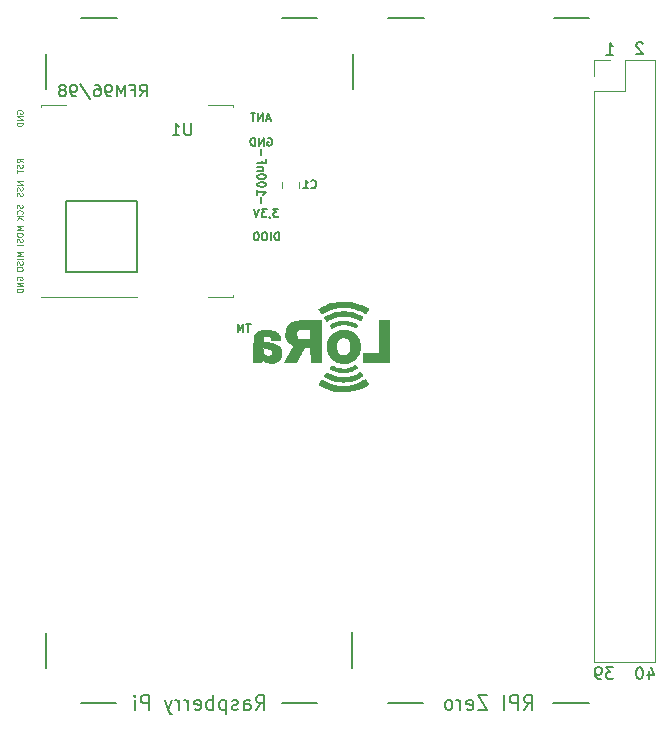
<source format=gbo>
G04 #@! TF.GenerationSoftware,KiCad,Pcbnew,(5.0.2)-1*
G04 #@! TF.CreationDate,2019-12-29T11:54:00+01:00*
G04 #@! TF.ProjectId,LoRaAPRS-GW-RPI_V20,4c6f5261-4150-4525-932d-47572d525049,rev?*
G04 #@! TF.SameCoordinates,Original*
G04 #@! TF.FileFunction,Legend,Bot*
G04 #@! TF.FilePolarity,Positive*
%FSLAX46Y46*%
G04 Gerber Fmt 4.6, Leading zero omitted, Abs format (unit mm)*
G04 Created by KiCad (PCBNEW (5.0.2)-1) date 29.12.2019 11:54:00*
%MOMM*%
%LPD*%
G01*
G04 APERTURE LIST*
%ADD10C,0.150000*%
%ADD11C,0.200000*%
%ADD12C,0.100000*%
%ADD13C,0.010000*%
%ADD14C,0.120000*%
%ADD15R,2.102000X1.102000*%
%ADD16C,2.152000*%
%ADD17C,2.352000*%
%ADD18C,2.102000*%
%ADD19C,2.802000*%
%ADD20R,1.802000X1.802000*%
%ADD21O,1.802000X1.802000*%
%ADD22C,1.702000*%
%ADD23O,1.702000X1.702000*%
%ADD24C,1.077000*%
G04 APERTURE END LIST*
D10*
X100285833Y-120557666D02*
X99885833Y-120557666D01*
X100085833Y-121257666D02*
X100085833Y-120557666D01*
X99652500Y-121257666D02*
X99652500Y-120557666D01*
X99419166Y-121057666D01*
X99185833Y-120557666D01*
X99185833Y-121257666D01*
X101185669Y-109871882D02*
X101185669Y-110379882D01*
X101185669Y-105807882D02*
X101185669Y-106315882D01*
X100869002Y-109241048D02*
X100869002Y-109641048D01*
X100869002Y-109441048D02*
X101569002Y-109441048D01*
X101469002Y-109507715D01*
X101402335Y-109574382D01*
X101369002Y-109641048D01*
X101569002Y-108807715D02*
X101569002Y-108741048D01*
X101535669Y-108674382D01*
X101502335Y-108641048D01*
X101435669Y-108607715D01*
X101302335Y-108574382D01*
X101135669Y-108574382D01*
X101002335Y-108607715D01*
X100935669Y-108641048D01*
X100902335Y-108674382D01*
X100869002Y-108741048D01*
X100869002Y-108807715D01*
X100902335Y-108874382D01*
X100935669Y-108907715D01*
X101002335Y-108941048D01*
X101135669Y-108974382D01*
X101302335Y-108974382D01*
X101435669Y-108941048D01*
X101502335Y-108907715D01*
X101535669Y-108874382D01*
X101569002Y-108807715D01*
X101569002Y-108141048D02*
X101569002Y-108074382D01*
X101535669Y-108007715D01*
X101502335Y-107974382D01*
X101435669Y-107941048D01*
X101302335Y-107907715D01*
X101135669Y-107907715D01*
X101002335Y-107941048D01*
X100935669Y-107974382D01*
X100902335Y-108007715D01*
X100869002Y-108074382D01*
X100869002Y-108141048D01*
X100902335Y-108207715D01*
X100935669Y-108241048D01*
X101002335Y-108274382D01*
X101135669Y-108307715D01*
X101302335Y-108307715D01*
X101435669Y-108274382D01*
X101502335Y-108241048D01*
X101535669Y-108207715D01*
X101569002Y-108141048D01*
X101335669Y-107607715D02*
X100869002Y-107607715D01*
X101269002Y-107607715D02*
X101302335Y-107574382D01*
X101335669Y-107507715D01*
X101335669Y-107407715D01*
X101302335Y-107341048D01*
X101235669Y-107307715D01*
X100869002Y-107307715D01*
X101235669Y-106741048D02*
X101235669Y-106974382D01*
X100869002Y-106974382D02*
X101569002Y-106974382D01*
X101569002Y-106641048D01*
D11*
X90918716Y-101320262D02*
X91252049Y-100844072D01*
X91490145Y-101320262D02*
X91490145Y-100320262D01*
X91109192Y-100320262D01*
X91013954Y-100367882D01*
X90966335Y-100415501D01*
X90918716Y-100510739D01*
X90918716Y-100653596D01*
X90966335Y-100748834D01*
X91013954Y-100796453D01*
X91109192Y-100844072D01*
X91490145Y-100844072D01*
X90156811Y-100796453D02*
X90490145Y-100796453D01*
X90490145Y-101320262D02*
X90490145Y-100320262D01*
X90013954Y-100320262D01*
X89633002Y-101320262D02*
X89633002Y-100320262D01*
X89299669Y-101034548D01*
X88966335Y-100320262D01*
X88966335Y-101320262D01*
X88442526Y-101320262D02*
X88252049Y-101320262D01*
X88156811Y-101272643D01*
X88109192Y-101225024D01*
X88013954Y-101082167D01*
X87966335Y-100891691D01*
X87966335Y-100510739D01*
X88013954Y-100415501D01*
X88061573Y-100367882D01*
X88156811Y-100320262D01*
X88347288Y-100320262D01*
X88442526Y-100367882D01*
X88490145Y-100415501D01*
X88537764Y-100510739D01*
X88537764Y-100748834D01*
X88490145Y-100844072D01*
X88442526Y-100891691D01*
X88347288Y-100939310D01*
X88156811Y-100939310D01*
X88061573Y-100891691D01*
X88013954Y-100844072D01*
X87966335Y-100748834D01*
X87109192Y-100320262D02*
X87299669Y-100320262D01*
X87394907Y-100367882D01*
X87442526Y-100415501D01*
X87537764Y-100558358D01*
X87585383Y-100748834D01*
X87585383Y-101129786D01*
X87537764Y-101225024D01*
X87490145Y-101272643D01*
X87394907Y-101320262D01*
X87204430Y-101320262D01*
X87109192Y-101272643D01*
X87061573Y-101225024D01*
X87013954Y-101129786D01*
X87013954Y-100891691D01*
X87061573Y-100796453D01*
X87109192Y-100748834D01*
X87204430Y-100701215D01*
X87394907Y-100701215D01*
X87490145Y-100748834D01*
X87537764Y-100796453D01*
X87585383Y-100891691D01*
X85871097Y-100272643D02*
X86728240Y-101558358D01*
X85490145Y-101320262D02*
X85299669Y-101320262D01*
X85204430Y-101272643D01*
X85156811Y-101225024D01*
X85061573Y-101082167D01*
X85013954Y-100891691D01*
X85013954Y-100510739D01*
X85061573Y-100415501D01*
X85109192Y-100367882D01*
X85204430Y-100320262D01*
X85394907Y-100320262D01*
X85490145Y-100367882D01*
X85537764Y-100415501D01*
X85585383Y-100510739D01*
X85585383Y-100748834D01*
X85537764Y-100844072D01*
X85490145Y-100891691D01*
X85394907Y-100939310D01*
X85204430Y-100939310D01*
X85109192Y-100891691D01*
X85061573Y-100844072D01*
X85013954Y-100748834D01*
X84442526Y-100748834D02*
X84537764Y-100701215D01*
X84585383Y-100653596D01*
X84633002Y-100558358D01*
X84633002Y-100510739D01*
X84585383Y-100415501D01*
X84537764Y-100367882D01*
X84442526Y-100320262D01*
X84252049Y-100320262D01*
X84156811Y-100367882D01*
X84109192Y-100415501D01*
X84061573Y-100510739D01*
X84061573Y-100558358D01*
X84109192Y-100653596D01*
X84156811Y-100701215D01*
X84252049Y-100748834D01*
X84442526Y-100748834D01*
X84537764Y-100796453D01*
X84585383Y-100844072D01*
X84633002Y-100939310D01*
X84633002Y-101129786D01*
X84585383Y-101225024D01*
X84537764Y-101272643D01*
X84442526Y-101320262D01*
X84252049Y-101320262D01*
X84156811Y-101272643D01*
X84109192Y-101225024D01*
X84061573Y-101129786D01*
X84061573Y-100939310D01*
X84109192Y-100844072D01*
X84156811Y-100796453D01*
X84252049Y-100748834D01*
D12*
X80500000Y-102766952D02*
X80476190Y-102719333D01*
X80476190Y-102647904D01*
X80500000Y-102576476D01*
X80547619Y-102528857D01*
X80595238Y-102505047D01*
X80690476Y-102481238D01*
X80761904Y-102481238D01*
X80857142Y-102505047D01*
X80904761Y-102528857D01*
X80952380Y-102576476D01*
X80976190Y-102647904D01*
X80976190Y-102695523D01*
X80952380Y-102766952D01*
X80928571Y-102790761D01*
X80761904Y-102790761D01*
X80761904Y-102695523D01*
X80976190Y-103005047D02*
X80476190Y-103005047D01*
X80976190Y-103290761D01*
X80476190Y-103290761D01*
X80976190Y-103528857D02*
X80476190Y-103528857D01*
X80476190Y-103647904D01*
X80500000Y-103719333D01*
X80547619Y-103766952D01*
X80595238Y-103790761D01*
X80690476Y-103814571D01*
X80761904Y-103814571D01*
X80857142Y-103790761D01*
X80904761Y-103766952D01*
X80952380Y-103719333D01*
X80976190Y-103647904D01*
X80976190Y-103528857D01*
X80976190Y-106890761D02*
X80738095Y-106724095D01*
X80976190Y-106605047D02*
X80476190Y-106605047D01*
X80476190Y-106795523D01*
X80500000Y-106843142D01*
X80523809Y-106866952D01*
X80571428Y-106890761D01*
X80642857Y-106890761D01*
X80690476Y-106866952D01*
X80714285Y-106843142D01*
X80738095Y-106795523D01*
X80738095Y-106605047D01*
X80952380Y-107081238D02*
X80976190Y-107152666D01*
X80976190Y-107271714D01*
X80952380Y-107319333D01*
X80928571Y-107343142D01*
X80880952Y-107366952D01*
X80833333Y-107366952D01*
X80785714Y-107343142D01*
X80761904Y-107319333D01*
X80738095Y-107271714D01*
X80714285Y-107176476D01*
X80690476Y-107128857D01*
X80666666Y-107105047D01*
X80619047Y-107081238D01*
X80571428Y-107081238D01*
X80523809Y-107105047D01*
X80500000Y-107128857D01*
X80476190Y-107176476D01*
X80476190Y-107295523D01*
X80500000Y-107366952D01*
X80476190Y-107509809D02*
X80476190Y-107795523D01*
X80976190Y-107652666D02*
X80476190Y-107652666D01*
X80976190Y-108505047D02*
X80476190Y-108505047D01*
X80976190Y-108790761D01*
X80476190Y-108790761D01*
X80952380Y-109005047D02*
X80976190Y-109076476D01*
X80976190Y-109195523D01*
X80952380Y-109243142D01*
X80928571Y-109266952D01*
X80880952Y-109290761D01*
X80833333Y-109290761D01*
X80785714Y-109266952D01*
X80761904Y-109243142D01*
X80738095Y-109195523D01*
X80714285Y-109100285D01*
X80690476Y-109052666D01*
X80666666Y-109028857D01*
X80619047Y-109005047D01*
X80571428Y-109005047D01*
X80523809Y-109028857D01*
X80500000Y-109052666D01*
X80476190Y-109100285D01*
X80476190Y-109219333D01*
X80500000Y-109290761D01*
X80952380Y-109481238D02*
X80976190Y-109552666D01*
X80976190Y-109671714D01*
X80952380Y-109719333D01*
X80928571Y-109743142D01*
X80880952Y-109766952D01*
X80833333Y-109766952D01*
X80785714Y-109743142D01*
X80761904Y-109719333D01*
X80738095Y-109671714D01*
X80714285Y-109576476D01*
X80690476Y-109528857D01*
X80666666Y-109505047D01*
X80619047Y-109481238D01*
X80571428Y-109481238D01*
X80523809Y-109505047D01*
X80500000Y-109528857D01*
X80476190Y-109576476D01*
X80476190Y-109695523D01*
X80500000Y-109766952D01*
X80952380Y-110481238D02*
X80976190Y-110552666D01*
X80976190Y-110671714D01*
X80952380Y-110719333D01*
X80928571Y-110743142D01*
X80880952Y-110766952D01*
X80833333Y-110766952D01*
X80785714Y-110743142D01*
X80761904Y-110719333D01*
X80738095Y-110671714D01*
X80714285Y-110576476D01*
X80690476Y-110528857D01*
X80666666Y-110505047D01*
X80619047Y-110481238D01*
X80571428Y-110481238D01*
X80523809Y-110505047D01*
X80500000Y-110528857D01*
X80476190Y-110576476D01*
X80476190Y-110695523D01*
X80500000Y-110766952D01*
X80928571Y-111266952D02*
X80952380Y-111243142D01*
X80976190Y-111171714D01*
X80976190Y-111124095D01*
X80952380Y-111052666D01*
X80904761Y-111005047D01*
X80857142Y-110981238D01*
X80761904Y-110957428D01*
X80690476Y-110957428D01*
X80595238Y-110981238D01*
X80547619Y-111005047D01*
X80500000Y-111052666D01*
X80476190Y-111124095D01*
X80476190Y-111171714D01*
X80500000Y-111243142D01*
X80523809Y-111266952D01*
X80976190Y-111481238D02*
X80476190Y-111481238D01*
X80976190Y-111766952D02*
X80690476Y-111552666D01*
X80476190Y-111766952D02*
X80761904Y-111481238D01*
X80976190Y-112305047D02*
X80476190Y-112305047D01*
X80833333Y-112471714D01*
X80476190Y-112638380D01*
X80976190Y-112638380D01*
X80476190Y-112971714D02*
X80476190Y-113066952D01*
X80500000Y-113114571D01*
X80547619Y-113162190D01*
X80642857Y-113186000D01*
X80809523Y-113186000D01*
X80904761Y-113162190D01*
X80952380Y-113114571D01*
X80976190Y-113066952D01*
X80976190Y-112971714D01*
X80952380Y-112924095D01*
X80904761Y-112876476D01*
X80809523Y-112852666D01*
X80642857Y-112852666D01*
X80547619Y-112876476D01*
X80500000Y-112924095D01*
X80476190Y-112971714D01*
X80952380Y-113376476D02*
X80976190Y-113447904D01*
X80976190Y-113566952D01*
X80952380Y-113614571D01*
X80928571Y-113638380D01*
X80880952Y-113662190D01*
X80833333Y-113662190D01*
X80785714Y-113638380D01*
X80761904Y-113614571D01*
X80738095Y-113566952D01*
X80714285Y-113471714D01*
X80690476Y-113424095D01*
X80666666Y-113400285D01*
X80619047Y-113376476D01*
X80571428Y-113376476D01*
X80523809Y-113400285D01*
X80500000Y-113424095D01*
X80476190Y-113471714D01*
X80476190Y-113590761D01*
X80500000Y-113662190D01*
X80976190Y-113876476D02*
X80476190Y-113876476D01*
X80976190Y-114505047D02*
X80476190Y-114505047D01*
X80833333Y-114671714D01*
X80476190Y-114838380D01*
X80976190Y-114838380D01*
X80976190Y-115076476D02*
X80476190Y-115076476D01*
X80952380Y-115290761D02*
X80976190Y-115362190D01*
X80976190Y-115481238D01*
X80952380Y-115528857D01*
X80928571Y-115552666D01*
X80880952Y-115576476D01*
X80833333Y-115576476D01*
X80785714Y-115552666D01*
X80761904Y-115528857D01*
X80738095Y-115481238D01*
X80714285Y-115386000D01*
X80690476Y-115338380D01*
X80666666Y-115314571D01*
X80619047Y-115290761D01*
X80571428Y-115290761D01*
X80523809Y-115314571D01*
X80500000Y-115338380D01*
X80476190Y-115386000D01*
X80476190Y-115505047D01*
X80500000Y-115576476D01*
X80476190Y-115886000D02*
X80476190Y-115981238D01*
X80500000Y-116028857D01*
X80547619Y-116076476D01*
X80642857Y-116100285D01*
X80809523Y-116100285D01*
X80904761Y-116076476D01*
X80952380Y-116028857D01*
X80976190Y-115981238D01*
X80976190Y-115886000D01*
X80952380Y-115838380D01*
X80904761Y-115790761D01*
X80809523Y-115766952D01*
X80642857Y-115766952D01*
X80547619Y-115790761D01*
X80500000Y-115838380D01*
X80476190Y-115886000D01*
X80500000Y-116866952D02*
X80476190Y-116819333D01*
X80476190Y-116747904D01*
X80500000Y-116676476D01*
X80547619Y-116628857D01*
X80595238Y-116605047D01*
X80690476Y-116581238D01*
X80761904Y-116581238D01*
X80857142Y-116605047D01*
X80904761Y-116628857D01*
X80952380Y-116676476D01*
X80976190Y-116747904D01*
X80976190Y-116795523D01*
X80952380Y-116866952D01*
X80928571Y-116890761D01*
X80761904Y-116890761D01*
X80761904Y-116795523D01*
X80976190Y-117105047D02*
X80476190Y-117105047D01*
X80976190Y-117390761D01*
X80476190Y-117390761D01*
X80976190Y-117628857D02*
X80476190Y-117628857D01*
X80476190Y-117747904D01*
X80500000Y-117819333D01*
X80547619Y-117866952D01*
X80595238Y-117890761D01*
X80690476Y-117914571D01*
X80761904Y-117914571D01*
X80857142Y-117890761D01*
X80904761Y-117866952D01*
X80952380Y-117819333D01*
X80976190Y-117747904D01*
X80976190Y-117628857D01*
D10*
X101719166Y-104831000D02*
X101785833Y-104797666D01*
X101885833Y-104797666D01*
X101985833Y-104831000D01*
X102052500Y-104897666D01*
X102085833Y-104964333D01*
X102119166Y-105097666D01*
X102119166Y-105197666D01*
X102085833Y-105331000D01*
X102052500Y-105397666D01*
X101985833Y-105464333D01*
X101885833Y-105497666D01*
X101819166Y-105497666D01*
X101719166Y-105464333D01*
X101685833Y-105431000D01*
X101685833Y-105197666D01*
X101819166Y-105197666D01*
X101385833Y-105497666D02*
X101385833Y-104797666D01*
X100985833Y-105497666D01*
X100985833Y-104797666D01*
X100652500Y-105497666D02*
X100652500Y-104797666D01*
X100485833Y-104797666D01*
X100385833Y-104831000D01*
X100319166Y-104897666D01*
X100285833Y-104964333D01*
X100252500Y-105097666D01*
X100252500Y-105197666D01*
X100285833Y-105331000D01*
X100319166Y-105397666D01*
X100385833Y-105464333D01*
X100485833Y-105497666D01*
X100652500Y-105497666D01*
X102709833Y-113507548D02*
X102709833Y-112807548D01*
X102543166Y-112807548D01*
X102443166Y-112840882D01*
X102376500Y-112907548D01*
X102343166Y-112974215D01*
X102309833Y-113107548D01*
X102309833Y-113207548D01*
X102343166Y-113340882D01*
X102376500Y-113407548D01*
X102443166Y-113474215D01*
X102543166Y-113507548D01*
X102709833Y-113507548D01*
X102009833Y-113507548D02*
X102009833Y-112807548D01*
X101543166Y-112807548D02*
X101409833Y-112807548D01*
X101343166Y-112840882D01*
X101276500Y-112907548D01*
X101243166Y-113040882D01*
X101243166Y-113274215D01*
X101276500Y-113407548D01*
X101343166Y-113474215D01*
X101409833Y-113507548D01*
X101543166Y-113507548D01*
X101609833Y-113474215D01*
X101676500Y-113407548D01*
X101709833Y-113274215D01*
X101709833Y-113040882D01*
X101676500Y-112907548D01*
X101609833Y-112840882D01*
X101543166Y-112807548D01*
X100809833Y-112807548D02*
X100743166Y-112807548D01*
X100676500Y-112840882D01*
X100643166Y-112874215D01*
X100609833Y-112940882D01*
X100576500Y-113074215D01*
X100576500Y-113240882D01*
X100609833Y-113374215D01*
X100643166Y-113440882D01*
X100676500Y-113474215D01*
X100743166Y-113507548D01*
X100809833Y-113507548D01*
X100876500Y-113474215D01*
X100909833Y-113440882D01*
X100943166Y-113374215D01*
X100976500Y-113240882D01*
X100976500Y-113074215D01*
X100943166Y-112940882D01*
X100909833Y-112874215D01*
X100876500Y-112840882D01*
X100809833Y-112807548D01*
X102649500Y-110818548D02*
X102216166Y-110818548D01*
X102449500Y-111085215D01*
X102349500Y-111085215D01*
X102282833Y-111118548D01*
X102249500Y-111151882D01*
X102216166Y-111218548D01*
X102216166Y-111385215D01*
X102249500Y-111451882D01*
X102282833Y-111485215D01*
X102349500Y-111518548D01*
X102549500Y-111518548D01*
X102616166Y-111485215D01*
X102649500Y-111451882D01*
X101882833Y-111485215D02*
X101882833Y-111518548D01*
X101916166Y-111585215D01*
X101949500Y-111618548D01*
X101649500Y-110818548D02*
X101216166Y-110818548D01*
X101449500Y-111085215D01*
X101349500Y-111085215D01*
X101282833Y-111118548D01*
X101249500Y-111151882D01*
X101216166Y-111218548D01*
X101216166Y-111385215D01*
X101249500Y-111451882D01*
X101282833Y-111485215D01*
X101349500Y-111518548D01*
X101549500Y-111518548D01*
X101616166Y-111485215D01*
X101649500Y-111451882D01*
X101016166Y-110818548D02*
X100782833Y-111518548D01*
X100549500Y-110818548D01*
D11*
X84699669Y-116141882D02*
X90699669Y-116141882D01*
X90699669Y-110141882D02*
X90699669Y-116141882D01*
X90699669Y-110141882D02*
X84699669Y-110141882D01*
X84699669Y-116141882D02*
X84699669Y-110141882D01*
D10*
X101950000Y-103221666D02*
X101616666Y-103221666D01*
X102016666Y-103421666D02*
X101783333Y-102721666D01*
X101550000Y-103421666D01*
X101316666Y-103421666D02*
X101316666Y-102721666D01*
X100916666Y-103421666D01*
X100916666Y-102721666D01*
X100683333Y-102721666D02*
X100283333Y-102721666D01*
X100483333Y-103421666D02*
X100483333Y-102721666D01*
D11*
X128950000Y-94707000D02*
X125950000Y-94707000D01*
X111950000Y-94707000D02*
X114950000Y-94707000D01*
X105950000Y-94707000D02*
X102950000Y-94707000D01*
X85950000Y-94707000D02*
X88950000Y-94707000D01*
X105909000Y-152691000D02*
X102909000Y-152691000D01*
X85909000Y-152691000D02*
X88909000Y-152691000D01*
X128909000Y-152691000D02*
X125909000Y-152691000D01*
X111909000Y-152691000D02*
X114909000Y-152691000D01*
X108909000Y-149691000D02*
X108909000Y-146691000D01*
X82950000Y-149707000D02*
X82950000Y-146707000D01*
X82950000Y-97707000D02*
X82950000Y-100707000D01*
X108960000Y-97687000D02*
X108960000Y-100687000D01*
X100750000Y-153233857D02*
X101150000Y-152662428D01*
X101435714Y-153233857D02*
X101435714Y-152033857D01*
X100978571Y-152033857D01*
X100864285Y-152091000D01*
X100807142Y-152148142D01*
X100750000Y-152262428D01*
X100750000Y-152433857D01*
X100807142Y-152548142D01*
X100864285Y-152605285D01*
X100978571Y-152662428D01*
X101435714Y-152662428D01*
X99721428Y-153233857D02*
X99721428Y-152605285D01*
X99778571Y-152491000D01*
X99892857Y-152433857D01*
X100121428Y-152433857D01*
X100235714Y-152491000D01*
X99721428Y-153176714D02*
X99835714Y-153233857D01*
X100121428Y-153233857D01*
X100235714Y-153176714D01*
X100292857Y-153062428D01*
X100292857Y-152948142D01*
X100235714Y-152833857D01*
X100121428Y-152776714D01*
X99835714Y-152776714D01*
X99721428Y-152719571D01*
X99207142Y-153176714D02*
X99092857Y-153233857D01*
X98864285Y-153233857D01*
X98750000Y-153176714D01*
X98692857Y-153062428D01*
X98692857Y-153005285D01*
X98750000Y-152891000D01*
X98864285Y-152833857D01*
X99035714Y-152833857D01*
X99150000Y-152776714D01*
X99207142Y-152662428D01*
X99207142Y-152605285D01*
X99150000Y-152491000D01*
X99035714Y-152433857D01*
X98864285Y-152433857D01*
X98750000Y-152491000D01*
X98178571Y-152433857D02*
X98178571Y-153633857D01*
X98178571Y-152491000D02*
X98064285Y-152433857D01*
X97835714Y-152433857D01*
X97721428Y-152491000D01*
X97664285Y-152548142D01*
X97607142Y-152662428D01*
X97607142Y-153005285D01*
X97664285Y-153119571D01*
X97721428Y-153176714D01*
X97835714Y-153233857D01*
X98064285Y-153233857D01*
X98178571Y-153176714D01*
X97092857Y-153233857D02*
X97092857Y-152033857D01*
X97092857Y-152491000D02*
X96978571Y-152433857D01*
X96750000Y-152433857D01*
X96635714Y-152491000D01*
X96578571Y-152548142D01*
X96521428Y-152662428D01*
X96521428Y-153005285D01*
X96578571Y-153119571D01*
X96635714Y-153176714D01*
X96750000Y-153233857D01*
X96978571Y-153233857D01*
X97092857Y-153176714D01*
X95550000Y-153176714D02*
X95664285Y-153233857D01*
X95892857Y-153233857D01*
X96007142Y-153176714D01*
X96064285Y-153062428D01*
X96064285Y-152605285D01*
X96007142Y-152491000D01*
X95892857Y-152433857D01*
X95664285Y-152433857D01*
X95550000Y-152491000D01*
X95492857Y-152605285D01*
X95492857Y-152719571D01*
X96064285Y-152833857D01*
X94978571Y-153233857D02*
X94978571Y-152433857D01*
X94978571Y-152662428D02*
X94921428Y-152548142D01*
X94864285Y-152491000D01*
X94750000Y-152433857D01*
X94635714Y-152433857D01*
X94235714Y-153233857D02*
X94235714Y-152433857D01*
X94235714Y-152662428D02*
X94178571Y-152548142D01*
X94121428Y-152491000D01*
X94007142Y-152433857D01*
X93892857Y-152433857D01*
X93607142Y-152433857D02*
X93321428Y-153233857D01*
X93035714Y-152433857D02*
X93321428Y-153233857D01*
X93435714Y-153519571D01*
X93492857Y-153576714D01*
X93607142Y-153633857D01*
X91664285Y-153233857D02*
X91664285Y-152033857D01*
X91207142Y-152033857D01*
X91092857Y-152091000D01*
X91035714Y-152148142D01*
X90978571Y-152262428D01*
X90978571Y-152433857D01*
X91035714Y-152548142D01*
X91092857Y-152605285D01*
X91207142Y-152662428D01*
X91664285Y-152662428D01*
X90464285Y-153233857D02*
X90464285Y-152433857D01*
X90464285Y-152033857D02*
X90521428Y-152091000D01*
X90464285Y-152148142D01*
X90407142Y-152091000D01*
X90464285Y-152033857D01*
X90464285Y-152148142D01*
X123421428Y-153233857D02*
X123821428Y-152662428D01*
X124107142Y-153233857D02*
X124107142Y-152033857D01*
X123650000Y-152033857D01*
X123535714Y-152091000D01*
X123478571Y-152148142D01*
X123421428Y-152262428D01*
X123421428Y-152433857D01*
X123478571Y-152548142D01*
X123535714Y-152605285D01*
X123650000Y-152662428D01*
X124107142Y-152662428D01*
X122907142Y-153233857D02*
X122907142Y-152033857D01*
X122450000Y-152033857D01*
X122335714Y-152091000D01*
X122278571Y-152148142D01*
X122221428Y-152262428D01*
X122221428Y-152433857D01*
X122278571Y-152548142D01*
X122335714Y-152605285D01*
X122450000Y-152662428D01*
X122907142Y-152662428D01*
X121707142Y-153233857D02*
X121707142Y-152033857D01*
X120335714Y-152033857D02*
X119535714Y-152033857D01*
X120335714Y-153233857D01*
X119535714Y-153233857D01*
X118621428Y-153176714D02*
X118735714Y-153233857D01*
X118964285Y-153233857D01*
X119078571Y-153176714D01*
X119135714Y-153062428D01*
X119135714Y-152605285D01*
X119078571Y-152491000D01*
X118964285Y-152433857D01*
X118735714Y-152433857D01*
X118621428Y-152491000D01*
X118564285Y-152605285D01*
X118564285Y-152719571D01*
X119135714Y-152833857D01*
X118050000Y-153233857D02*
X118050000Y-152433857D01*
X118050000Y-152662428D02*
X117992857Y-152548142D01*
X117935714Y-152491000D01*
X117821428Y-152433857D01*
X117707142Y-152433857D01*
X117135714Y-153233857D02*
X117250000Y-153176714D01*
X117307142Y-153119571D01*
X117364285Y-153005285D01*
X117364285Y-152662428D01*
X117307142Y-152548142D01*
X117250000Y-152491000D01*
X117135714Y-152433857D01*
X116964285Y-152433857D01*
X116850000Y-152491000D01*
X116792857Y-152548142D01*
X116735714Y-152662428D01*
X116735714Y-153005285D01*
X116792857Y-153119571D01*
X116850000Y-153176714D01*
X116964285Y-153233857D01*
X117135714Y-153233857D01*
X133985714Y-149976714D02*
X133985714Y-150643380D01*
X134223809Y-149595761D02*
X134461904Y-150310047D01*
X133842857Y-150310047D01*
X133271428Y-149643380D02*
X133176190Y-149643380D01*
X133080952Y-149691000D01*
X133033333Y-149738619D01*
X132985714Y-149833857D01*
X132938095Y-150024333D01*
X132938095Y-150262428D01*
X132985714Y-150452904D01*
X133033333Y-150548142D01*
X133080952Y-150595761D01*
X133176190Y-150643380D01*
X133271428Y-150643380D01*
X133366666Y-150595761D01*
X133414285Y-150548142D01*
X133461904Y-150452904D01*
X133509523Y-150262428D01*
X133509523Y-150024333D01*
X133461904Y-149833857D01*
X133414285Y-149738619D01*
X133366666Y-149691000D01*
X133271428Y-149643380D01*
X131009523Y-149643380D02*
X130390476Y-149643380D01*
X130723809Y-150024333D01*
X130580952Y-150024333D01*
X130485714Y-150071952D01*
X130438095Y-150119571D01*
X130390476Y-150214809D01*
X130390476Y-150452904D01*
X130438095Y-150548142D01*
X130485714Y-150595761D01*
X130580952Y-150643380D01*
X130866666Y-150643380D01*
X130961904Y-150595761D01*
X131009523Y-150548142D01*
X129914285Y-150643380D02*
X129723809Y-150643380D01*
X129628571Y-150595761D01*
X129580952Y-150548142D01*
X129485714Y-150405285D01*
X129438095Y-150214809D01*
X129438095Y-149833857D01*
X129485714Y-149738619D01*
X129533333Y-149691000D01*
X129628571Y-149643380D01*
X129819047Y-149643380D01*
X129914285Y-149691000D01*
X129961904Y-149738619D01*
X130009523Y-149833857D01*
X130009523Y-150071952D01*
X129961904Y-150167190D01*
X129914285Y-150214809D01*
X129819047Y-150262428D01*
X129628571Y-150262428D01*
X129533333Y-150214809D01*
X129485714Y-150167190D01*
X129438095Y-150071952D01*
X133485714Y-96838619D02*
X133438095Y-96791000D01*
X133342857Y-96743380D01*
X133104761Y-96743380D01*
X133009523Y-96791000D01*
X132961904Y-96838619D01*
X132914285Y-96933857D01*
X132914285Y-97029095D01*
X132961904Y-97171952D01*
X133533333Y-97743380D01*
X132914285Y-97743380D01*
X130414285Y-97775460D02*
X130985714Y-97775460D01*
X130700000Y-97775460D02*
X130700000Y-96775460D01*
X130795238Y-96918318D01*
X130890476Y-97013556D01*
X130985714Y-97061175D01*
D13*
G04 #@! TO.C,G\002A\002A\002A*
G36*
X107858756Y-118692038D02*
X107578168Y-118720458D01*
X107309698Y-118769710D01*
X107045006Y-118841294D01*
X106796667Y-118928552D01*
X106685805Y-118973765D01*
X106571574Y-119024372D01*
X106458234Y-119078078D01*
X106350049Y-119132588D01*
X106251279Y-119185605D01*
X106166187Y-119234833D01*
X106099033Y-119277977D01*
X106054081Y-119312740D01*
X106035592Y-119336828D01*
X106035358Y-119338678D01*
X106044314Y-119364082D01*
X106067961Y-119404940D01*
X106086359Y-119431812D01*
X106124444Y-119484922D01*
X106170468Y-119549950D01*
X106205825Y-119600433D01*
X106253468Y-119661875D01*
X106290253Y-119692852D01*
X106317783Y-119694392D01*
X106331150Y-119680625D01*
X106351691Y-119663151D01*
X106391342Y-119638838D01*
X106412582Y-119627550D01*
X106456618Y-119603370D01*
X106486476Y-119583536D01*
X106492402Y-119577743D01*
X106513997Y-119561620D01*
X106561428Y-119535833D01*
X106628946Y-119502931D01*
X106710797Y-119465460D01*
X106801229Y-119425970D01*
X106894493Y-119387006D01*
X106984835Y-119351118D01*
X107066503Y-119320852D01*
X107093000Y-119311714D01*
X107280782Y-119252518D01*
X107453281Y-119207478D01*
X107619582Y-119175265D01*
X107788771Y-119154554D01*
X107969932Y-119144015D01*
X108172151Y-119142322D01*
X108244467Y-119143466D01*
X108381642Y-119146935D01*
X108491639Y-119151384D01*
X108581144Y-119157368D01*
X108656842Y-119165441D01*
X108725419Y-119176161D01*
X108786334Y-119188476D01*
X108975601Y-119235902D01*
X109170719Y-119295252D01*
X109364123Y-119363618D01*
X109548252Y-119438096D01*
X109715541Y-119515779D01*
X109858427Y-119593759D01*
X109887079Y-119611454D01*
X109934984Y-119639987D01*
X109972509Y-119659012D01*
X109987682Y-119663849D01*
X110004763Y-119650616D01*
X110034330Y-119615536D01*
X110070801Y-119565404D01*
X110081522Y-119549549D01*
X110119990Y-119492900D01*
X110153546Y-119445569D01*
X110176082Y-119416121D01*
X110178999Y-119412846D01*
X110219522Y-119358118D01*
X110227658Y-119310489D01*
X110202917Y-119267251D01*
X110145244Y-119225937D01*
X109856767Y-119074838D01*
X109580970Y-118950777D01*
X109312321Y-118852243D01*
X109045287Y-118777720D01*
X108774335Y-118725698D01*
X108493933Y-118694661D01*
X108198547Y-118683098D01*
X108159800Y-118682946D01*
X107858756Y-118692038D01*
X107858756Y-118692038D01*
G37*
X107858756Y-118692038D02*
X107578168Y-118720458D01*
X107309698Y-118769710D01*
X107045006Y-118841294D01*
X106796667Y-118928552D01*
X106685805Y-118973765D01*
X106571574Y-119024372D01*
X106458234Y-119078078D01*
X106350049Y-119132588D01*
X106251279Y-119185605D01*
X106166187Y-119234833D01*
X106099033Y-119277977D01*
X106054081Y-119312740D01*
X106035592Y-119336828D01*
X106035358Y-119338678D01*
X106044314Y-119364082D01*
X106067961Y-119404940D01*
X106086359Y-119431812D01*
X106124444Y-119484922D01*
X106170468Y-119549950D01*
X106205825Y-119600433D01*
X106253468Y-119661875D01*
X106290253Y-119692852D01*
X106317783Y-119694392D01*
X106331150Y-119680625D01*
X106351691Y-119663151D01*
X106391342Y-119638838D01*
X106412582Y-119627550D01*
X106456618Y-119603370D01*
X106486476Y-119583536D01*
X106492402Y-119577743D01*
X106513997Y-119561620D01*
X106561428Y-119535833D01*
X106628946Y-119502931D01*
X106710797Y-119465460D01*
X106801229Y-119425970D01*
X106894493Y-119387006D01*
X106984835Y-119351118D01*
X107066503Y-119320852D01*
X107093000Y-119311714D01*
X107280782Y-119252518D01*
X107453281Y-119207478D01*
X107619582Y-119175265D01*
X107788771Y-119154554D01*
X107969932Y-119144015D01*
X108172151Y-119142322D01*
X108244467Y-119143466D01*
X108381642Y-119146935D01*
X108491639Y-119151384D01*
X108581144Y-119157368D01*
X108656842Y-119165441D01*
X108725419Y-119176161D01*
X108786334Y-119188476D01*
X108975601Y-119235902D01*
X109170719Y-119295252D01*
X109364123Y-119363618D01*
X109548252Y-119438096D01*
X109715541Y-119515779D01*
X109858427Y-119593759D01*
X109887079Y-119611454D01*
X109934984Y-119639987D01*
X109972509Y-119659012D01*
X109987682Y-119663849D01*
X110004763Y-119650616D01*
X110034330Y-119615536D01*
X110070801Y-119565404D01*
X110081522Y-119549549D01*
X110119990Y-119492900D01*
X110153546Y-119445569D01*
X110176082Y-119416121D01*
X110178999Y-119412846D01*
X110219522Y-119358118D01*
X110227658Y-119310489D01*
X110202917Y-119267251D01*
X110145244Y-119225937D01*
X109856767Y-119074838D01*
X109580970Y-118950777D01*
X109312321Y-118852243D01*
X109045287Y-118777720D01*
X108774335Y-118725698D01*
X108493933Y-118694661D01*
X108198547Y-118683098D01*
X108159800Y-118682946D01*
X107858756Y-118692038D01*
G36*
X107992892Y-119522197D02*
X107851661Y-119527182D01*
X107728017Y-119537114D01*
X107613867Y-119553182D01*
X107501121Y-119576571D01*
X107381688Y-119608469D01*
X107247475Y-119650064D01*
X107220967Y-119658723D01*
X107114279Y-119696576D01*
X107003917Y-119740658D01*
X106894418Y-119788638D01*
X106790314Y-119838190D01*
X106696141Y-119886985D01*
X106616433Y-119932693D01*
X106555724Y-119972987D01*
X106518549Y-120005538D01*
X106508800Y-120024434D01*
X106519323Y-120053415D01*
X106538433Y-120080128D01*
X106563116Y-120111133D01*
X106598420Y-120159521D01*
X106633629Y-120210320D01*
X106668967Y-120258763D01*
X106699231Y-120293380D01*
X106718009Y-120306861D01*
X106718296Y-120306863D01*
X106744522Y-120297104D01*
X106779733Y-120274922D01*
X106852876Y-120227987D01*
X106950772Y-120175726D01*
X107065473Y-120121620D01*
X107189030Y-120069146D01*
X107313496Y-120021784D01*
X107430920Y-119983014D01*
X107475860Y-119970227D01*
X107610270Y-119936453D01*
X107729994Y-119912256D01*
X107844998Y-119896571D01*
X107965250Y-119888329D01*
X108100715Y-119886464D01*
X108233988Y-119889057D01*
X108399313Y-119896198D01*
X108540144Y-119907974D01*
X108665712Y-119925945D01*
X108785248Y-119951671D01*
X108907986Y-119986714D01*
X109006467Y-120019619D01*
X109072471Y-120044700D01*
X109151500Y-120077747D01*
X109236723Y-120115548D01*
X109321310Y-120154889D01*
X109398430Y-120192557D01*
X109461252Y-120225338D01*
X109502948Y-120250019D01*
X109513620Y-120258205D01*
X109540389Y-120270976D01*
X109571090Y-120272223D01*
X109589753Y-120262030D01*
X109590667Y-120257809D01*
X109601145Y-120233237D01*
X109611918Y-120219709D01*
X109631874Y-120194851D01*
X109663682Y-120151281D01*
X109700095Y-120098957D01*
X109735994Y-120042702D01*
X109752852Y-120005489D01*
X109753360Y-119980388D01*
X109749449Y-119971957D01*
X109723877Y-119948911D01*
X109672180Y-119916316D01*
X109599844Y-119876780D01*
X109512351Y-119832915D01*
X109415188Y-119787329D01*
X109313836Y-119742632D01*
X109213782Y-119701434D01*
X109120509Y-119666345D01*
X109074200Y-119650633D01*
X108943491Y-119610185D01*
X108827391Y-119578900D01*
X108718069Y-119555667D01*
X108607693Y-119539377D01*
X108488434Y-119528919D01*
X108352460Y-119523182D01*
X108191939Y-119521057D01*
X108159800Y-119520972D01*
X107992892Y-119522197D01*
X107992892Y-119522197D01*
G37*
X107992892Y-119522197D02*
X107851661Y-119527182D01*
X107728017Y-119537114D01*
X107613867Y-119553182D01*
X107501121Y-119576571D01*
X107381688Y-119608469D01*
X107247475Y-119650064D01*
X107220967Y-119658723D01*
X107114279Y-119696576D01*
X107003917Y-119740658D01*
X106894418Y-119788638D01*
X106790314Y-119838190D01*
X106696141Y-119886985D01*
X106616433Y-119932693D01*
X106555724Y-119972987D01*
X106518549Y-120005538D01*
X106508800Y-120024434D01*
X106519323Y-120053415D01*
X106538433Y-120080128D01*
X106563116Y-120111133D01*
X106598420Y-120159521D01*
X106633629Y-120210320D01*
X106668967Y-120258763D01*
X106699231Y-120293380D01*
X106718009Y-120306861D01*
X106718296Y-120306863D01*
X106744522Y-120297104D01*
X106779733Y-120274922D01*
X106852876Y-120227987D01*
X106950772Y-120175726D01*
X107065473Y-120121620D01*
X107189030Y-120069146D01*
X107313496Y-120021784D01*
X107430920Y-119983014D01*
X107475860Y-119970227D01*
X107610270Y-119936453D01*
X107729994Y-119912256D01*
X107844998Y-119896571D01*
X107965250Y-119888329D01*
X108100715Y-119886464D01*
X108233988Y-119889057D01*
X108399313Y-119896198D01*
X108540144Y-119907974D01*
X108665712Y-119925945D01*
X108785248Y-119951671D01*
X108907986Y-119986714D01*
X109006467Y-120019619D01*
X109072471Y-120044700D01*
X109151500Y-120077747D01*
X109236723Y-120115548D01*
X109321310Y-120154889D01*
X109398430Y-120192557D01*
X109461252Y-120225338D01*
X109502948Y-120250019D01*
X109513620Y-120258205D01*
X109540389Y-120270976D01*
X109571090Y-120272223D01*
X109589753Y-120262030D01*
X109590667Y-120257809D01*
X109601145Y-120233237D01*
X109611918Y-120219709D01*
X109631874Y-120194851D01*
X109663682Y-120151281D01*
X109700095Y-120098957D01*
X109735994Y-120042702D01*
X109752852Y-120005489D01*
X109753360Y-119980388D01*
X109749449Y-119971957D01*
X109723877Y-119948911D01*
X109672180Y-119916316D01*
X109599844Y-119876780D01*
X109512351Y-119832915D01*
X109415188Y-119787329D01*
X109313836Y-119742632D01*
X109213782Y-119701434D01*
X109120509Y-119666345D01*
X109074200Y-119650633D01*
X108943491Y-119610185D01*
X108827391Y-119578900D01*
X108718069Y-119555667D01*
X108607693Y-119539377D01*
X108488434Y-119528919D01*
X108352460Y-119523182D01*
X108191939Y-119521057D01*
X108159800Y-119520972D01*
X107992892Y-119522197D01*
G36*
X108012540Y-120322162D02*
X107763386Y-120355029D01*
X107501327Y-120416386D01*
X107485891Y-120420746D01*
X107432268Y-120437809D01*
X107393183Y-120453576D01*
X107379059Y-120462726D01*
X107356861Y-120474453D01*
X107337534Y-120476733D01*
X107310565Y-120484017D01*
X107304667Y-120493667D01*
X107290918Y-120508611D01*
X107278784Y-120510600D01*
X107247922Y-120518914D01*
X107197736Y-120540577D01*
X107137420Y-120570673D01*
X107076168Y-120604285D01*
X107023176Y-120636496D01*
X106987636Y-120662389D01*
X106979977Y-120670400D01*
X106984224Y-120689629D01*
X107003737Y-120727101D01*
X107032912Y-120774384D01*
X107066145Y-120823051D01*
X107097833Y-120864670D01*
X107122370Y-120890812D01*
X107129451Y-120895237D01*
X107150310Y-120889542D01*
X107190705Y-120870016D01*
X107237948Y-120843203D01*
X107401085Y-120760069D01*
X107587298Y-120691548D01*
X107788168Y-120639801D01*
X107995278Y-120606988D01*
X108200208Y-120595271D01*
X108204093Y-120595267D01*
X108347008Y-120604905D01*
X108507213Y-120632123D01*
X108674761Y-120674377D01*
X108839701Y-120729123D01*
X108992086Y-120793816D01*
X109004920Y-120800076D01*
X109082489Y-120836986D01*
X109134944Y-120857981D01*
X109166520Y-120864052D01*
X109181448Y-120856188D01*
X109184267Y-120842009D01*
X109195271Y-120809656D01*
X109205991Y-120795443D01*
X109237885Y-120757680D01*
X109269454Y-120712866D01*
X109293493Y-120672071D01*
X109302800Y-120646684D01*
X109287771Y-120629370D01*
X109246425Y-120603262D01*
X109184380Y-120570851D01*
X109107249Y-120534630D01*
X109020648Y-120497089D01*
X108930192Y-120460721D01*
X108841497Y-120428016D01*
X108760177Y-120401467D01*
X108732019Y-120393413D01*
X108491912Y-120341463D01*
X108253734Y-120317676D01*
X108012540Y-120322162D01*
X108012540Y-120322162D01*
G37*
X108012540Y-120322162D02*
X107763386Y-120355029D01*
X107501327Y-120416386D01*
X107485891Y-120420746D01*
X107432268Y-120437809D01*
X107393183Y-120453576D01*
X107379059Y-120462726D01*
X107356861Y-120474453D01*
X107337534Y-120476733D01*
X107310565Y-120484017D01*
X107304667Y-120493667D01*
X107290918Y-120508611D01*
X107278784Y-120510600D01*
X107247922Y-120518914D01*
X107197736Y-120540577D01*
X107137420Y-120570673D01*
X107076168Y-120604285D01*
X107023176Y-120636496D01*
X106987636Y-120662389D01*
X106979977Y-120670400D01*
X106984224Y-120689629D01*
X107003737Y-120727101D01*
X107032912Y-120774384D01*
X107066145Y-120823051D01*
X107097833Y-120864670D01*
X107122370Y-120890812D01*
X107129451Y-120895237D01*
X107150310Y-120889542D01*
X107190705Y-120870016D01*
X107237948Y-120843203D01*
X107401085Y-120760069D01*
X107587298Y-120691548D01*
X107788168Y-120639801D01*
X107995278Y-120606988D01*
X108200208Y-120595271D01*
X108204093Y-120595267D01*
X108347008Y-120604905D01*
X108507213Y-120632123D01*
X108674761Y-120674377D01*
X108839701Y-120729123D01*
X108992086Y-120793816D01*
X109004920Y-120800076D01*
X109082489Y-120836986D01*
X109134944Y-120857981D01*
X109166520Y-120864052D01*
X109181448Y-120856188D01*
X109184267Y-120842009D01*
X109195271Y-120809656D01*
X109205991Y-120795443D01*
X109237885Y-120757680D01*
X109269454Y-120712866D01*
X109293493Y-120672071D01*
X109302800Y-120646684D01*
X109287771Y-120629370D01*
X109246425Y-120603262D01*
X109184380Y-120570851D01*
X109107249Y-120534630D01*
X109020648Y-120497089D01*
X108930192Y-120460721D01*
X108841497Y-120428016D01*
X108760177Y-120401467D01*
X108732019Y-120393413D01*
X108491912Y-120341463D01*
X108253734Y-120317676D01*
X108012540Y-120322162D01*
G36*
X105034237Y-120282086D02*
X104852144Y-120282397D01*
X104698060Y-120283008D01*
X104569055Y-120283997D01*
X104462201Y-120285438D01*
X104374569Y-120287410D01*
X104303230Y-120289987D01*
X104245254Y-120293247D01*
X104197714Y-120297267D01*
X104157679Y-120302122D01*
X104122222Y-120307889D01*
X104101547Y-120311895D01*
X104024874Y-120330606D01*
X103941667Y-120355960D01*
X103858219Y-120385406D01*
X103780820Y-120416389D01*
X103715761Y-120446355D01*
X103669334Y-120472751D01*
X103647829Y-120493024D01*
X103647067Y-120496376D01*
X103633287Y-120510766D01*
X103616930Y-120517883D01*
X103569226Y-120545720D01*
X103513317Y-120598516D01*
X103454312Y-120670089D01*
X103397320Y-120754259D01*
X103348621Y-120842448D01*
X103316703Y-120909812D01*
X103293768Y-120966136D01*
X103277174Y-121021208D01*
X103264274Y-121084821D01*
X103252425Y-121166763D01*
X103245094Y-121225692D01*
X103233817Y-121325067D01*
X103227590Y-121400907D01*
X103226300Y-121463148D01*
X103229835Y-121521725D01*
X103238084Y-121586575D01*
X103240809Y-121604543D01*
X103284189Y-121779381D01*
X103356855Y-121938657D01*
X103457030Y-122080306D01*
X103582938Y-122202261D01*
X103732804Y-122302457D01*
X103904851Y-122378828D01*
X103907135Y-122379623D01*
X103927741Y-122390052D01*
X103926527Y-122407080D01*
X103911685Y-122431625D01*
X103887658Y-122470000D01*
X103856189Y-122523547D01*
X103814279Y-122597465D01*
X103769382Y-122678067D01*
X103745216Y-122721100D01*
X103708657Y-122785500D01*
X103664244Y-122863301D01*
X103616516Y-122946536D01*
X103605361Y-122965933D01*
X103553380Y-123056686D01*
X103499725Y-123151057D01*
X103450432Y-123238390D01*
X103411535Y-123308032D01*
X103408752Y-123313067D01*
X103373466Y-123376913D01*
X103347260Y-123423990D01*
X103324863Y-123463484D01*
X103300999Y-123504584D01*
X103270396Y-123556476D01*
X103227967Y-123628034D01*
X103194673Y-123686802D01*
X103169546Y-123736190D01*
X103156787Y-123767763D01*
X103156000Y-123772508D01*
X103161190Y-123779386D01*
X103178956Y-123784803D01*
X103212591Y-123788913D01*
X103265387Y-123791873D01*
X103340639Y-123793837D01*
X103441640Y-123794959D01*
X103571682Y-123795395D01*
X103642833Y-123795407D01*
X103768336Y-123794923D01*
X103883015Y-123793682D01*
X103982446Y-123791796D01*
X104062200Y-123789377D01*
X104117853Y-123786536D01*
X104144977Y-123783384D01*
X104146616Y-123782707D01*
X104163748Y-123761270D01*
X104188462Y-123720558D01*
X104202688Y-123694067D01*
X104229473Y-123643202D01*
X104266131Y-123575272D01*
X104305928Y-123502724D01*
X104317205Y-123482400D01*
X104355798Y-123412386D01*
X104392408Y-123344821D01*
X104420729Y-123291377D01*
X104426993Y-123279200D01*
X104456404Y-123223347D01*
X104485881Y-123170421D01*
X104491594Y-123160667D01*
X104513550Y-123122525D01*
X104545849Y-123064959D01*
X104582699Y-122998323D01*
X104595803Y-122974400D01*
X104634330Y-122904109D01*
X104671699Y-122836332D01*
X104701391Y-122782879D01*
X104707941Y-122771200D01*
X104739365Y-122712985D01*
X104773318Y-122646638D01*
X104784906Y-122623033D01*
X104823735Y-122542600D01*
X105356916Y-122542600D01*
X105365800Y-123787200D01*
X105810379Y-123791714D01*
X106254958Y-123796229D01*
X106250646Y-122039114D01*
X106249118Y-121416533D01*
X105357334Y-121416533D01*
X105357334Y-121865266D01*
X104895900Y-121864983D01*
X104434467Y-121864699D01*
X104341334Y-121817888D01*
X104250711Y-121754312D01*
X104184035Y-121667166D01*
X104141926Y-121557431D01*
X104128656Y-121480660D01*
X104127090Y-121349759D01*
X104150467Y-121232384D01*
X104197087Y-121132454D01*
X104265251Y-121053886D01*
X104332867Y-121009668D01*
X104359303Y-120997272D01*
X104384545Y-120987639D01*
X104413129Y-120980412D01*
X104449595Y-120975232D01*
X104498479Y-120971743D01*
X104564320Y-120969585D01*
X104651656Y-120968402D01*
X104765025Y-120967834D01*
X104866267Y-120967605D01*
X104986933Y-120967398D01*
X105096923Y-120967248D01*
X105191552Y-120967159D01*
X105266134Y-120967134D01*
X105315985Y-120967175D01*
X105336167Y-120967280D01*
X105342838Y-120974920D01*
X105348054Y-120999488D01*
X105351956Y-121044008D01*
X105354688Y-121111501D01*
X105356392Y-121204989D01*
X105357209Y-121327496D01*
X105357334Y-121416533D01*
X106249118Y-121416533D01*
X106246333Y-120282000D01*
X105247267Y-120282000D01*
X105034237Y-120282086D01*
X105034237Y-120282086D01*
G37*
X105034237Y-120282086D02*
X104852144Y-120282397D01*
X104698060Y-120283008D01*
X104569055Y-120283997D01*
X104462201Y-120285438D01*
X104374569Y-120287410D01*
X104303230Y-120289987D01*
X104245254Y-120293247D01*
X104197714Y-120297267D01*
X104157679Y-120302122D01*
X104122222Y-120307889D01*
X104101547Y-120311895D01*
X104024874Y-120330606D01*
X103941667Y-120355960D01*
X103858219Y-120385406D01*
X103780820Y-120416389D01*
X103715761Y-120446355D01*
X103669334Y-120472751D01*
X103647829Y-120493024D01*
X103647067Y-120496376D01*
X103633287Y-120510766D01*
X103616930Y-120517883D01*
X103569226Y-120545720D01*
X103513317Y-120598516D01*
X103454312Y-120670089D01*
X103397320Y-120754259D01*
X103348621Y-120842448D01*
X103316703Y-120909812D01*
X103293768Y-120966136D01*
X103277174Y-121021208D01*
X103264274Y-121084821D01*
X103252425Y-121166763D01*
X103245094Y-121225692D01*
X103233817Y-121325067D01*
X103227590Y-121400907D01*
X103226300Y-121463148D01*
X103229835Y-121521725D01*
X103238084Y-121586575D01*
X103240809Y-121604543D01*
X103284189Y-121779381D01*
X103356855Y-121938657D01*
X103457030Y-122080306D01*
X103582938Y-122202261D01*
X103732804Y-122302457D01*
X103904851Y-122378828D01*
X103907135Y-122379623D01*
X103927741Y-122390052D01*
X103926527Y-122407080D01*
X103911685Y-122431625D01*
X103887658Y-122470000D01*
X103856189Y-122523547D01*
X103814279Y-122597465D01*
X103769382Y-122678067D01*
X103745216Y-122721100D01*
X103708657Y-122785500D01*
X103664244Y-122863301D01*
X103616516Y-122946536D01*
X103605361Y-122965933D01*
X103553380Y-123056686D01*
X103499725Y-123151057D01*
X103450432Y-123238390D01*
X103411535Y-123308032D01*
X103408752Y-123313067D01*
X103373466Y-123376913D01*
X103347260Y-123423990D01*
X103324863Y-123463484D01*
X103300999Y-123504584D01*
X103270396Y-123556476D01*
X103227967Y-123628034D01*
X103194673Y-123686802D01*
X103169546Y-123736190D01*
X103156787Y-123767763D01*
X103156000Y-123772508D01*
X103161190Y-123779386D01*
X103178956Y-123784803D01*
X103212591Y-123788913D01*
X103265387Y-123791873D01*
X103340639Y-123793837D01*
X103441640Y-123794959D01*
X103571682Y-123795395D01*
X103642833Y-123795407D01*
X103768336Y-123794923D01*
X103883015Y-123793682D01*
X103982446Y-123791796D01*
X104062200Y-123789377D01*
X104117853Y-123786536D01*
X104144977Y-123783384D01*
X104146616Y-123782707D01*
X104163748Y-123761270D01*
X104188462Y-123720558D01*
X104202688Y-123694067D01*
X104229473Y-123643202D01*
X104266131Y-123575272D01*
X104305928Y-123502724D01*
X104317205Y-123482400D01*
X104355798Y-123412386D01*
X104392408Y-123344821D01*
X104420729Y-123291377D01*
X104426993Y-123279200D01*
X104456404Y-123223347D01*
X104485881Y-123170421D01*
X104491594Y-123160667D01*
X104513550Y-123122525D01*
X104545849Y-123064959D01*
X104582699Y-122998323D01*
X104595803Y-122974400D01*
X104634330Y-122904109D01*
X104671699Y-122836332D01*
X104701391Y-122782879D01*
X104707941Y-122771200D01*
X104739365Y-122712985D01*
X104773318Y-122646638D01*
X104784906Y-122623033D01*
X104823735Y-122542600D01*
X105356916Y-122542600D01*
X105365800Y-123787200D01*
X105810379Y-123791714D01*
X106254958Y-123796229D01*
X106250646Y-122039114D01*
X106249118Y-121416533D01*
X105357334Y-121416533D01*
X105357334Y-121865266D01*
X104895900Y-121864983D01*
X104434467Y-121864699D01*
X104341334Y-121817888D01*
X104250711Y-121754312D01*
X104184035Y-121667166D01*
X104141926Y-121557431D01*
X104128656Y-121480660D01*
X104127090Y-121349759D01*
X104150467Y-121232384D01*
X104197087Y-121132454D01*
X104265251Y-121053886D01*
X104332867Y-121009668D01*
X104359303Y-120997272D01*
X104384545Y-120987639D01*
X104413129Y-120980412D01*
X104449595Y-120975232D01*
X104498479Y-120971743D01*
X104564320Y-120969585D01*
X104651656Y-120968402D01*
X104765025Y-120967834D01*
X104866267Y-120967605D01*
X104986933Y-120967398D01*
X105096923Y-120967248D01*
X105191552Y-120967159D01*
X105266134Y-120967134D01*
X105315985Y-120967175D01*
X105336167Y-120967280D01*
X105342838Y-120974920D01*
X105348054Y-120999488D01*
X105351956Y-121044008D01*
X105354688Y-121111501D01*
X105356392Y-121204989D01*
X105357209Y-121327496D01*
X105357334Y-121416533D01*
X106249118Y-121416533D01*
X106246333Y-120282000D01*
X105247267Y-120282000D01*
X105034237Y-120282086D01*
G36*
X111410145Y-120273359D02*
X111319278Y-120274531D01*
X111243569Y-120276577D01*
X111188464Y-120279539D01*
X111159410Y-120283460D01*
X111158385Y-120283812D01*
X111153500Y-120288151D01*
X111149241Y-120298606D01*
X111145565Y-120317331D01*
X111142430Y-120346480D01*
X111139795Y-120388207D01*
X111137618Y-120444667D01*
X111135855Y-120518015D01*
X111134465Y-120610404D01*
X111133407Y-120723990D01*
X111132636Y-120860926D01*
X111132113Y-121023366D01*
X111131794Y-121213466D01*
X111131637Y-121433380D01*
X111131600Y-121653600D01*
X111131558Y-121901065D01*
X111131400Y-122116833D01*
X111131085Y-122303075D01*
X111130566Y-122461958D01*
X111129802Y-122595653D01*
X111128746Y-122706331D01*
X111127357Y-122796159D01*
X111125589Y-122867309D01*
X111123398Y-122921949D01*
X111120742Y-122962249D01*
X111117574Y-122990380D01*
X111113853Y-123008510D01*
X111109534Y-123018809D01*
X111104572Y-123023448D01*
X111103834Y-123023765D01*
X111081053Y-123026166D01*
X111028350Y-123028337D01*
X110949668Y-123030218D01*
X110848951Y-123031751D01*
X110730144Y-123032875D01*
X110597189Y-123033532D01*
X110454030Y-123033661D01*
X110447667Y-123033654D01*
X110304475Y-123033491D01*
X110171592Y-123033360D01*
X110052912Y-123033264D01*
X109952327Y-123033205D01*
X109873731Y-123033185D01*
X109821017Y-123033207D01*
X109798077Y-123033273D01*
X109797776Y-123033278D01*
X109790586Y-123040415D01*
X109785330Y-123063804D01*
X109781855Y-123106857D01*
X109780007Y-123172984D01*
X109779634Y-123265596D01*
X109780582Y-123388106D01*
X109780843Y-123410433D01*
X109785400Y-123787200D01*
X110907234Y-123791554D01*
X111098735Y-123792171D01*
X111279928Y-123792511D01*
X111448027Y-123792582D01*
X111600245Y-123792397D01*
X111733798Y-123791966D01*
X111845900Y-123791298D01*
X111933766Y-123790405D01*
X111994610Y-123789298D01*
X112025647Y-123787986D01*
X112029147Y-123787321D01*
X112029159Y-123769558D01*
X112029169Y-123720182D01*
X112029179Y-123641448D01*
X112029189Y-123535609D01*
X112029198Y-123404920D01*
X112029205Y-123251634D01*
X112029212Y-123078006D01*
X112029218Y-122886289D01*
X112029222Y-122678738D01*
X112029226Y-122457607D01*
X112029228Y-122225149D01*
X112029228Y-122043066D01*
X112029227Y-121803329D01*
X112029225Y-121573072D01*
X112029221Y-121354562D01*
X112029217Y-121150069D01*
X112029211Y-120961861D01*
X112029203Y-120792206D01*
X112029195Y-120643373D01*
X112029187Y-120517631D01*
X112029177Y-120417247D01*
X112029167Y-120344491D01*
X112029156Y-120301630D01*
X112029147Y-120290466D01*
X112013102Y-120286142D01*
X111968640Y-120282359D01*
X111901209Y-120279158D01*
X111816255Y-120276583D01*
X111719225Y-120274673D01*
X111615565Y-120273472D01*
X111510723Y-120273020D01*
X111410145Y-120273359D01*
X111410145Y-120273359D01*
G37*
X111410145Y-120273359D02*
X111319278Y-120274531D01*
X111243569Y-120276577D01*
X111188464Y-120279539D01*
X111159410Y-120283460D01*
X111158385Y-120283812D01*
X111153500Y-120288151D01*
X111149241Y-120298606D01*
X111145565Y-120317331D01*
X111142430Y-120346480D01*
X111139795Y-120388207D01*
X111137618Y-120444667D01*
X111135855Y-120518015D01*
X111134465Y-120610404D01*
X111133407Y-120723990D01*
X111132636Y-120860926D01*
X111132113Y-121023366D01*
X111131794Y-121213466D01*
X111131637Y-121433380D01*
X111131600Y-121653600D01*
X111131558Y-121901065D01*
X111131400Y-122116833D01*
X111131085Y-122303075D01*
X111130566Y-122461958D01*
X111129802Y-122595653D01*
X111128746Y-122706331D01*
X111127357Y-122796159D01*
X111125589Y-122867309D01*
X111123398Y-122921949D01*
X111120742Y-122962249D01*
X111117574Y-122990380D01*
X111113853Y-123008510D01*
X111109534Y-123018809D01*
X111104572Y-123023448D01*
X111103834Y-123023765D01*
X111081053Y-123026166D01*
X111028350Y-123028337D01*
X110949668Y-123030218D01*
X110848951Y-123031751D01*
X110730144Y-123032875D01*
X110597189Y-123033532D01*
X110454030Y-123033661D01*
X110447667Y-123033654D01*
X110304475Y-123033491D01*
X110171592Y-123033360D01*
X110052912Y-123033264D01*
X109952327Y-123033205D01*
X109873731Y-123033185D01*
X109821017Y-123033207D01*
X109798077Y-123033273D01*
X109797776Y-123033278D01*
X109790586Y-123040415D01*
X109785330Y-123063804D01*
X109781855Y-123106857D01*
X109780007Y-123172984D01*
X109779634Y-123265596D01*
X109780582Y-123388106D01*
X109780843Y-123410433D01*
X109785400Y-123787200D01*
X110907234Y-123791554D01*
X111098735Y-123792171D01*
X111279928Y-123792511D01*
X111448027Y-123792582D01*
X111600245Y-123792397D01*
X111733798Y-123791966D01*
X111845900Y-123791298D01*
X111933766Y-123790405D01*
X111994610Y-123789298D01*
X112025647Y-123787986D01*
X112029147Y-123787321D01*
X112029159Y-123769558D01*
X112029169Y-123720182D01*
X112029179Y-123641448D01*
X112029189Y-123535609D01*
X112029198Y-123404920D01*
X112029205Y-123251634D01*
X112029212Y-123078006D01*
X112029218Y-122886289D01*
X112029222Y-122678738D01*
X112029226Y-122457607D01*
X112029228Y-122225149D01*
X112029228Y-122043066D01*
X112029227Y-121803329D01*
X112029225Y-121573072D01*
X112029221Y-121354562D01*
X112029217Y-121150069D01*
X112029211Y-120961861D01*
X112029203Y-120792206D01*
X112029195Y-120643373D01*
X112029187Y-120517631D01*
X112029177Y-120417247D01*
X112029167Y-120344491D01*
X112029156Y-120301630D01*
X112029147Y-120290466D01*
X112013102Y-120286142D01*
X111968640Y-120282359D01*
X111901209Y-120279158D01*
X111816255Y-120276583D01*
X111719225Y-120274673D01*
X111615565Y-120273472D01*
X111510723Y-120273020D01*
X111410145Y-120273359D01*
G36*
X101473765Y-121101866D02*
X101462667Y-121102749D01*
X101261298Y-121125514D01*
X101089712Y-121159358D01*
X100945274Y-121205564D01*
X100825349Y-121265415D01*
X100727302Y-121340194D01*
X100648497Y-121431183D01*
X100592724Y-121526192D01*
X100579494Y-121557387D01*
X100568275Y-121594356D01*
X100558907Y-121639959D01*
X100551229Y-121697053D01*
X100545081Y-121768496D01*
X100540303Y-121857146D01*
X100536733Y-121965861D01*
X100534212Y-122097499D01*
X100532578Y-122254918D01*
X100531672Y-122440976D01*
X100531357Y-122618800D01*
X100531025Y-122815597D01*
X100530308Y-122981766D01*
X100529112Y-123120541D01*
X100527344Y-123235160D01*
X100524910Y-123328859D01*
X100521717Y-123404874D01*
X100517671Y-123466441D01*
X100512680Y-123516796D01*
X100506650Y-123559176D01*
X100503755Y-123575533D01*
X100491113Y-123645430D01*
X100481023Y-123705659D01*
X100475156Y-123746091D01*
X100474434Y-123753333D01*
X100474875Y-123764481D01*
X100480756Y-123772869D01*
X100496261Y-123778890D01*
X100525574Y-123782935D01*
X100572876Y-123785397D01*
X100642352Y-123786667D01*
X100738185Y-123787137D01*
X100835974Y-123787200D01*
X101199882Y-123787200D01*
X101213691Y-123694067D01*
X101224596Y-123624843D01*
X101235130Y-123585792D01*
X101250012Y-123573608D01*
X101273960Y-123584980D01*
X101311695Y-123616601D01*
X101317236Y-123621477D01*
X101432085Y-123703069D01*
X101570705Y-123769774D01*
X101725643Y-123819824D01*
X101889448Y-123851451D01*
X102054668Y-123862887D01*
X102213851Y-123852363D01*
X102258533Y-123844813D01*
X102323721Y-123828381D01*
X102396551Y-123804410D01*
X102466196Y-123777060D01*
X102521833Y-123750491D01*
X102547734Y-123733682D01*
X102576911Y-123714943D01*
X102590645Y-123711000D01*
X102611621Y-123698842D01*
X102646997Y-123667047D01*
X102690283Y-123622631D01*
X102734988Y-123572613D01*
X102774621Y-123524009D01*
X102802691Y-123483837D01*
X102805847Y-123478350D01*
X102862993Y-123341475D01*
X102894881Y-123190409D01*
X102901610Y-123033091D01*
X102896343Y-122988371D01*
X102137719Y-122988371D01*
X102130434Y-123077938D01*
X102094100Y-123161861D01*
X102087880Y-123170987D01*
X102038050Y-123214685D01*
X101963963Y-123246439D01*
X101873484Y-123265034D01*
X101774479Y-123269254D01*
X101674812Y-123257881D01*
X101619178Y-123243460D01*
X101515239Y-123192843D01*
X101429977Y-123115191D01*
X101364451Y-123012391D01*
X101319718Y-122886332D01*
X101296838Y-122738902D01*
X101293937Y-122663392D01*
X101293476Y-122600226D01*
X101297247Y-122563248D01*
X101311847Y-122548083D01*
X101343878Y-122550359D01*
X101399937Y-122565702D01*
X101428800Y-122574016D01*
X101579520Y-122617164D01*
X101701377Y-122653045D01*
X101798217Y-122683179D01*
X101873885Y-122709084D01*
X101932227Y-122732279D01*
X101977087Y-122754282D01*
X102012311Y-122776612D01*
X102041743Y-122800787D01*
X102067174Y-122826136D01*
X102116463Y-122901617D01*
X102137719Y-122988371D01*
X102896343Y-122988371D01*
X102883279Y-122877462D01*
X102839987Y-122731461D01*
X102795412Y-122640140D01*
X102740102Y-122564786D01*
X102663469Y-122485710D01*
X102575552Y-122411970D01*
X102486389Y-122352625D01*
X102462505Y-122339789D01*
X102374255Y-122300151D01*
X102266224Y-122259018D01*
X102149312Y-122219898D01*
X102034423Y-122186299D01*
X101932458Y-122161732D01*
X101881010Y-122152644D01*
X101812193Y-122141875D01*
X101749865Y-122130184D01*
X101708200Y-122120280D01*
X101662896Y-122109918D01*
X101600325Y-122099496D01*
X101555800Y-122093779D01*
X101482493Y-122084181D01*
X101407401Y-122072054D01*
X101371783Y-122065216D01*
X101289366Y-122047876D01*
X101296642Y-121901538D01*
X101303330Y-121822227D01*
X101314024Y-121758207D01*
X101327195Y-121718421D01*
X101328259Y-121716634D01*
X101371365Y-121674250D01*
X101439060Y-121637598D01*
X101522117Y-121610596D01*
X101609288Y-121597288D01*
X101731820Y-121602182D01*
X101834963Y-121633088D01*
X101917041Y-121688950D01*
X101976375Y-121768713D01*
X102005738Y-121846648D01*
X102019766Y-121895043D01*
X102032005Y-121926525D01*
X102037368Y-121933326D01*
X102056375Y-121933512D01*
X102104188Y-121933847D01*
X102175746Y-121934299D01*
X102265988Y-121934837D01*
X102369853Y-121935430D01*
X102410933Y-121935658D01*
X102775000Y-121937664D01*
X102780245Y-121885359D01*
X102776853Y-121783552D01*
X102750644Y-121670611D01*
X102705547Y-121556174D01*
X102645493Y-121449880D01*
X102574413Y-121361366D01*
X102561349Y-121348624D01*
X102441386Y-121258717D01*
X102294770Y-121187846D01*
X102123102Y-121136367D01*
X101927979Y-121104639D01*
X101711000Y-121093020D01*
X101473765Y-121101866D01*
X101473765Y-121101866D01*
G37*
X101473765Y-121101866D02*
X101462667Y-121102749D01*
X101261298Y-121125514D01*
X101089712Y-121159358D01*
X100945274Y-121205564D01*
X100825349Y-121265415D01*
X100727302Y-121340194D01*
X100648497Y-121431183D01*
X100592724Y-121526192D01*
X100579494Y-121557387D01*
X100568275Y-121594356D01*
X100558907Y-121639959D01*
X100551229Y-121697053D01*
X100545081Y-121768496D01*
X100540303Y-121857146D01*
X100536733Y-121965861D01*
X100534212Y-122097499D01*
X100532578Y-122254918D01*
X100531672Y-122440976D01*
X100531357Y-122618800D01*
X100531025Y-122815597D01*
X100530308Y-122981766D01*
X100529112Y-123120541D01*
X100527344Y-123235160D01*
X100524910Y-123328859D01*
X100521717Y-123404874D01*
X100517671Y-123466441D01*
X100512680Y-123516796D01*
X100506650Y-123559176D01*
X100503755Y-123575533D01*
X100491113Y-123645430D01*
X100481023Y-123705659D01*
X100475156Y-123746091D01*
X100474434Y-123753333D01*
X100474875Y-123764481D01*
X100480756Y-123772869D01*
X100496261Y-123778890D01*
X100525574Y-123782935D01*
X100572876Y-123785397D01*
X100642352Y-123786667D01*
X100738185Y-123787137D01*
X100835974Y-123787200D01*
X101199882Y-123787200D01*
X101213691Y-123694067D01*
X101224596Y-123624843D01*
X101235130Y-123585792D01*
X101250012Y-123573608D01*
X101273960Y-123584980D01*
X101311695Y-123616601D01*
X101317236Y-123621477D01*
X101432085Y-123703069D01*
X101570705Y-123769774D01*
X101725643Y-123819824D01*
X101889448Y-123851451D01*
X102054668Y-123862887D01*
X102213851Y-123852363D01*
X102258533Y-123844813D01*
X102323721Y-123828381D01*
X102396551Y-123804410D01*
X102466196Y-123777060D01*
X102521833Y-123750491D01*
X102547734Y-123733682D01*
X102576911Y-123714943D01*
X102590645Y-123711000D01*
X102611621Y-123698842D01*
X102646997Y-123667047D01*
X102690283Y-123622631D01*
X102734988Y-123572613D01*
X102774621Y-123524009D01*
X102802691Y-123483837D01*
X102805847Y-123478350D01*
X102862993Y-123341475D01*
X102894881Y-123190409D01*
X102901610Y-123033091D01*
X102896343Y-122988371D01*
X102137719Y-122988371D01*
X102130434Y-123077938D01*
X102094100Y-123161861D01*
X102087880Y-123170987D01*
X102038050Y-123214685D01*
X101963963Y-123246439D01*
X101873484Y-123265034D01*
X101774479Y-123269254D01*
X101674812Y-123257881D01*
X101619178Y-123243460D01*
X101515239Y-123192843D01*
X101429977Y-123115191D01*
X101364451Y-123012391D01*
X101319718Y-122886332D01*
X101296838Y-122738902D01*
X101293937Y-122663392D01*
X101293476Y-122600226D01*
X101297247Y-122563248D01*
X101311847Y-122548083D01*
X101343878Y-122550359D01*
X101399937Y-122565702D01*
X101428800Y-122574016D01*
X101579520Y-122617164D01*
X101701377Y-122653045D01*
X101798217Y-122683179D01*
X101873885Y-122709084D01*
X101932227Y-122732279D01*
X101977087Y-122754282D01*
X102012311Y-122776612D01*
X102041743Y-122800787D01*
X102067174Y-122826136D01*
X102116463Y-122901617D01*
X102137719Y-122988371D01*
X102896343Y-122988371D01*
X102883279Y-122877462D01*
X102839987Y-122731461D01*
X102795412Y-122640140D01*
X102740102Y-122564786D01*
X102663469Y-122485710D01*
X102575552Y-122411970D01*
X102486389Y-122352625D01*
X102462505Y-122339789D01*
X102374255Y-122300151D01*
X102266224Y-122259018D01*
X102149312Y-122219898D01*
X102034423Y-122186299D01*
X101932458Y-122161732D01*
X101881010Y-122152644D01*
X101812193Y-122141875D01*
X101749865Y-122130184D01*
X101708200Y-122120280D01*
X101662896Y-122109918D01*
X101600325Y-122099496D01*
X101555800Y-122093779D01*
X101482493Y-122084181D01*
X101407401Y-122072054D01*
X101371783Y-122065216D01*
X101289366Y-122047876D01*
X101296642Y-121901538D01*
X101303330Y-121822227D01*
X101314024Y-121758207D01*
X101327195Y-121718421D01*
X101328259Y-121716634D01*
X101371365Y-121674250D01*
X101439060Y-121637598D01*
X101522117Y-121610596D01*
X101609288Y-121597288D01*
X101731820Y-121602182D01*
X101834963Y-121633088D01*
X101917041Y-121688950D01*
X101976375Y-121768713D01*
X102005738Y-121846648D01*
X102019766Y-121895043D01*
X102032005Y-121926525D01*
X102037368Y-121933326D01*
X102056375Y-121933512D01*
X102104188Y-121933847D01*
X102175746Y-121934299D01*
X102265988Y-121934837D01*
X102369853Y-121935430D01*
X102410933Y-121935658D01*
X102775000Y-121937664D01*
X102780245Y-121885359D01*
X102776853Y-121783552D01*
X102750644Y-121670611D01*
X102705547Y-121556174D01*
X102645493Y-121449880D01*
X102574413Y-121361366D01*
X102561349Y-121348624D01*
X102441386Y-121258717D01*
X102294770Y-121187846D01*
X102123102Y-121136367D01*
X101927979Y-121104639D01*
X101711000Y-121093020D01*
X101473765Y-121101866D01*
G36*
X107863547Y-121111661D02*
X107666218Y-121155342D01*
X107478720Y-121223183D01*
X107305471Y-121315417D01*
X107236933Y-121362280D01*
X107107346Y-121475249D01*
X106991960Y-121610304D01*
X106896741Y-121759121D01*
X106827653Y-121913378D01*
X106815729Y-121949933D01*
X106779298Y-122104992D01*
X106755603Y-122280413D01*
X106745352Y-122464899D01*
X106749254Y-122647152D01*
X106763322Y-122785703D01*
X106806537Y-122979627D01*
X106877114Y-123160350D01*
X106972855Y-123323954D01*
X107091560Y-123466524D01*
X107198417Y-123560410D01*
X107247470Y-123598214D01*
X107285228Y-123628298D01*
X107304139Y-123644636D01*
X107304667Y-123645236D01*
X107336300Y-123669181D01*
X107393895Y-123698696D01*
X107470531Y-123731243D01*
X107559289Y-123764286D01*
X107653248Y-123795286D01*
X107745488Y-123821706D01*
X107829089Y-123841009D01*
X107847921Y-123844440D01*
X107926924Y-123853529D01*
X108028351Y-123858984D01*
X108140950Y-123860765D01*
X108253471Y-123858837D01*
X108354661Y-123853161D01*
X108416933Y-123846338D01*
X108612256Y-123802881D01*
X108797835Y-123732498D01*
X108969389Y-123637980D01*
X109122641Y-123522119D01*
X109253310Y-123387707D01*
X109357117Y-123237536D01*
X109361214Y-123230227D01*
X109437773Y-123060660D01*
X109492319Y-122871965D01*
X109524729Y-122670851D01*
X109534705Y-122467636D01*
X108740933Y-122467636D01*
X108734163Y-122615455D01*
X108711875Y-122754494D01*
X108675312Y-122877559D01*
X108625718Y-122977453D01*
X108614040Y-122994437D01*
X108588669Y-123032189D01*
X108574824Y-123058636D01*
X108574006Y-123062170D01*
X108560755Y-123079651D01*
X108528422Y-123107749D01*
X108486742Y-123139285D01*
X108445446Y-123167078D01*
X108414269Y-123183950D01*
X108406045Y-123186067D01*
X108389016Y-123197219D01*
X108388400Y-123201168D01*
X108373097Y-123213183D01*
X108333378Y-123226388D01*
X108278534Y-123238654D01*
X108217852Y-123247849D01*
X108168267Y-123251670D01*
X108118971Y-123249896D01*
X108053008Y-123243365D01*
X108001929Y-123236169D01*
X107878462Y-123200301D01*
X107771277Y-123136902D01*
X107684855Y-123048937D01*
X107657539Y-123008267D01*
X107620442Y-122941803D01*
X107592823Y-122879328D01*
X107573353Y-122814030D01*
X107560704Y-122739098D01*
X107553547Y-122647721D01*
X107550553Y-122533087D01*
X107550200Y-122457933D01*
X107550200Y-122161600D01*
X107604486Y-122050678D01*
X107677330Y-121932661D01*
X107768544Y-121834796D01*
X107872090Y-121763478D01*
X107878943Y-121759993D01*
X107947597Y-121737272D01*
X108037497Y-121723301D01*
X108137551Y-121718218D01*
X108236667Y-121722164D01*
X108323753Y-121735278D01*
X108379933Y-121753690D01*
X108470618Y-121804545D01*
X108538717Y-121862224D01*
X108587122Y-121923339D01*
X108616075Y-121965109D01*
X108637304Y-121994016D01*
X108642987Y-122000733D01*
X108661857Y-122032186D01*
X108682496Y-122089303D01*
X108702696Y-122164114D01*
X108720248Y-122248650D01*
X108730940Y-122318233D01*
X108740933Y-122467636D01*
X109534705Y-122467636D01*
X109534883Y-122464030D01*
X109522659Y-122258212D01*
X109487935Y-122060108D01*
X109430589Y-121876429D01*
X109387488Y-121780275D01*
X109329952Y-121679054D01*
X109262635Y-121586391D01*
X109177017Y-121490935D01*
X109149314Y-121462868D01*
X109006773Y-121343931D01*
X108843161Y-121247528D01*
X108662892Y-121173893D01*
X108470382Y-121123256D01*
X108270044Y-121095850D01*
X108066294Y-121091908D01*
X107863547Y-121111661D01*
X107863547Y-121111661D01*
G37*
X107863547Y-121111661D02*
X107666218Y-121155342D01*
X107478720Y-121223183D01*
X107305471Y-121315417D01*
X107236933Y-121362280D01*
X107107346Y-121475249D01*
X106991960Y-121610304D01*
X106896741Y-121759121D01*
X106827653Y-121913378D01*
X106815729Y-121949933D01*
X106779298Y-122104992D01*
X106755603Y-122280413D01*
X106745352Y-122464899D01*
X106749254Y-122647152D01*
X106763322Y-122785703D01*
X106806537Y-122979627D01*
X106877114Y-123160350D01*
X106972855Y-123323954D01*
X107091560Y-123466524D01*
X107198417Y-123560410D01*
X107247470Y-123598214D01*
X107285228Y-123628298D01*
X107304139Y-123644636D01*
X107304667Y-123645236D01*
X107336300Y-123669181D01*
X107393895Y-123698696D01*
X107470531Y-123731243D01*
X107559289Y-123764286D01*
X107653248Y-123795286D01*
X107745488Y-123821706D01*
X107829089Y-123841009D01*
X107847921Y-123844440D01*
X107926924Y-123853529D01*
X108028351Y-123858984D01*
X108140950Y-123860765D01*
X108253471Y-123858837D01*
X108354661Y-123853161D01*
X108416933Y-123846338D01*
X108612256Y-123802881D01*
X108797835Y-123732498D01*
X108969389Y-123637980D01*
X109122641Y-123522119D01*
X109253310Y-123387707D01*
X109357117Y-123237536D01*
X109361214Y-123230227D01*
X109437773Y-123060660D01*
X109492319Y-122871965D01*
X109524729Y-122670851D01*
X109534705Y-122467636D01*
X108740933Y-122467636D01*
X108734163Y-122615455D01*
X108711875Y-122754494D01*
X108675312Y-122877559D01*
X108625718Y-122977453D01*
X108614040Y-122994437D01*
X108588669Y-123032189D01*
X108574824Y-123058636D01*
X108574006Y-123062170D01*
X108560755Y-123079651D01*
X108528422Y-123107749D01*
X108486742Y-123139285D01*
X108445446Y-123167078D01*
X108414269Y-123183950D01*
X108406045Y-123186067D01*
X108389016Y-123197219D01*
X108388400Y-123201168D01*
X108373097Y-123213183D01*
X108333378Y-123226388D01*
X108278534Y-123238654D01*
X108217852Y-123247849D01*
X108168267Y-123251670D01*
X108118971Y-123249896D01*
X108053008Y-123243365D01*
X108001929Y-123236169D01*
X107878462Y-123200301D01*
X107771277Y-123136902D01*
X107684855Y-123048937D01*
X107657539Y-123008267D01*
X107620442Y-122941803D01*
X107592823Y-122879328D01*
X107573353Y-122814030D01*
X107560704Y-122739098D01*
X107553547Y-122647721D01*
X107550553Y-122533087D01*
X107550200Y-122457933D01*
X107550200Y-122161600D01*
X107604486Y-122050678D01*
X107677330Y-121932661D01*
X107768544Y-121834796D01*
X107872090Y-121763478D01*
X107878943Y-121759993D01*
X107947597Y-121737272D01*
X108037497Y-121723301D01*
X108137551Y-121718218D01*
X108236667Y-121722164D01*
X108323753Y-121735278D01*
X108379933Y-121753690D01*
X108470618Y-121804545D01*
X108538717Y-121862224D01*
X108587122Y-121923339D01*
X108616075Y-121965109D01*
X108637304Y-121994016D01*
X108642987Y-122000733D01*
X108661857Y-122032186D01*
X108682496Y-122089303D01*
X108702696Y-122164114D01*
X108720248Y-122248650D01*
X108730940Y-122318233D01*
X108740933Y-122467636D01*
X109534705Y-122467636D01*
X109534883Y-122464030D01*
X109522659Y-122258212D01*
X109487935Y-122060108D01*
X109430589Y-121876429D01*
X109387488Y-121780275D01*
X109329952Y-121679054D01*
X109262635Y-121586391D01*
X109177017Y-121490935D01*
X109149314Y-121462868D01*
X109006773Y-121343931D01*
X108843161Y-121247528D01*
X108662892Y-121173893D01*
X108470382Y-121123256D01*
X108270044Y-121095850D01*
X108066294Y-121091908D01*
X107863547Y-121111661D01*
G36*
X109124191Y-124074857D02*
X109082501Y-124096473D01*
X109031867Y-124125867D01*
X108978698Y-124156108D01*
X108934686Y-124177463D01*
X108910272Y-124185133D01*
X108877260Y-124195011D01*
X108870153Y-124200282D01*
X108840757Y-124217157D01*
X108786032Y-124239387D01*
X108713593Y-124264474D01*
X108631057Y-124289923D01*
X108546037Y-124313237D01*
X108473067Y-124330463D01*
X108331260Y-124351853D01*
X108170655Y-124361422D01*
X108004196Y-124359150D01*
X107844829Y-124345017D01*
X107761867Y-124331595D01*
X107629765Y-124302352D01*
X107514131Y-124267838D01*
X107400109Y-124222961D01*
X107281539Y-124166986D01*
X107219224Y-124136998D01*
X107167186Y-124114032D01*
X107133686Y-124101655D01*
X107127360Y-124100467D01*
X107108049Y-124113450D01*
X107076561Y-124147699D01*
X107039293Y-124196158D01*
X107034651Y-124202714D01*
X106997149Y-124259231D01*
X106978914Y-124296070D01*
X106977372Y-124319434D01*
X106982421Y-124328449D01*
X107021289Y-124360077D01*
X107087296Y-124397240D01*
X107174601Y-124437766D01*
X107277364Y-124479485D01*
X107389745Y-124520225D01*
X107505903Y-124557816D01*
X107619999Y-124590087D01*
X107726192Y-124614867D01*
X107778800Y-124624466D01*
X107855300Y-124632738D01*
X107954996Y-124637832D01*
X108068676Y-124639844D01*
X108187128Y-124638871D01*
X108301139Y-124635009D01*
X108401497Y-124628356D01*
X108478990Y-124619008D01*
X108490000Y-124617007D01*
X108665323Y-124577519D01*
X108821012Y-124530239D01*
X108971154Y-124470552D01*
X109052644Y-124432626D01*
X109148456Y-124386084D01*
X109217082Y-124351020D01*
X109261429Y-124323374D01*
X109284405Y-124299086D01*
X109288916Y-124274095D01*
X109277869Y-124244343D01*
X109254171Y-124205769D01*
X109235469Y-124177284D01*
X109199333Y-124124936D01*
X109168553Y-124085950D01*
X109148730Y-124067287D01*
X109146393Y-124066600D01*
X109124191Y-124074857D01*
X109124191Y-124074857D01*
G37*
X109124191Y-124074857D02*
X109082501Y-124096473D01*
X109031867Y-124125867D01*
X108978698Y-124156108D01*
X108934686Y-124177463D01*
X108910272Y-124185133D01*
X108877260Y-124195011D01*
X108870153Y-124200282D01*
X108840757Y-124217157D01*
X108786032Y-124239387D01*
X108713593Y-124264474D01*
X108631057Y-124289923D01*
X108546037Y-124313237D01*
X108473067Y-124330463D01*
X108331260Y-124351853D01*
X108170655Y-124361422D01*
X108004196Y-124359150D01*
X107844829Y-124345017D01*
X107761867Y-124331595D01*
X107629765Y-124302352D01*
X107514131Y-124267838D01*
X107400109Y-124222961D01*
X107281539Y-124166986D01*
X107219224Y-124136998D01*
X107167186Y-124114032D01*
X107133686Y-124101655D01*
X107127360Y-124100467D01*
X107108049Y-124113450D01*
X107076561Y-124147699D01*
X107039293Y-124196158D01*
X107034651Y-124202714D01*
X106997149Y-124259231D01*
X106978914Y-124296070D01*
X106977372Y-124319434D01*
X106982421Y-124328449D01*
X107021289Y-124360077D01*
X107087296Y-124397240D01*
X107174601Y-124437766D01*
X107277364Y-124479485D01*
X107389745Y-124520225D01*
X107505903Y-124557816D01*
X107619999Y-124590087D01*
X107726192Y-124614867D01*
X107778800Y-124624466D01*
X107855300Y-124632738D01*
X107954996Y-124637832D01*
X108068676Y-124639844D01*
X108187128Y-124638871D01*
X108301139Y-124635009D01*
X108401497Y-124628356D01*
X108478990Y-124619008D01*
X108490000Y-124617007D01*
X108665323Y-124577519D01*
X108821012Y-124530239D01*
X108971154Y-124470552D01*
X109052644Y-124432626D01*
X109148456Y-124386084D01*
X109217082Y-124351020D01*
X109261429Y-124323374D01*
X109284405Y-124299086D01*
X109288916Y-124274095D01*
X109277869Y-124244343D01*
X109254171Y-124205769D01*
X109235469Y-124177284D01*
X109199333Y-124124936D01*
X109168553Y-124085950D01*
X109148730Y-124067287D01*
X109146393Y-124066600D01*
X109124191Y-124074857D01*
G36*
X109536764Y-124667354D02*
X109495206Y-124688910D01*
X109440045Y-124719872D01*
X109418499Y-124732444D01*
X109291819Y-124803501D01*
X109173443Y-124861118D01*
X109048748Y-124911903D01*
X108926222Y-124954845D01*
X108800883Y-124994543D01*
X108690558Y-125024354D01*
X108585641Y-125045883D01*
X108476524Y-125060734D01*
X108353602Y-125070514D01*
X108207267Y-125076828D01*
X108193667Y-125077249D01*
X108073407Y-125080227D01*
X107977944Y-125080641D01*
X107898274Y-125078030D01*
X107825393Y-125071933D01*
X107750296Y-125061890D01*
X107685667Y-125051240D01*
X107441315Y-124998174D01*
X107209521Y-124924673D01*
X106980579Y-124827223D01*
X106784913Y-124725153D01*
X106742023Y-124705495D01*
X106709456Y-124698241D01*
X106703816Y-124699148D01*
X106685639Y-124716095D01*
X106655101Y-124753875D01*
X106617681Y-124804603D01*
X106578862Y-124860393D01*
X106544123Y-124913360D01*
X106518948Y-124955618D01*
X106508815Y-124979283D01*
X106508800Y-124979710D01*
X106523761Y-124999400D01*
X106565409Y-125029076D01*
X106628898Y-125066377D01*
X106709379Y-125108944D01*
X106802003Y-125154419D01*
X106901922Y-125200441D01*
X107004288Y-125244652D01*
X107104252Y-125284692D01*
X107196965Y-125318203D01*
X107220000Y-125325784D01*
X107423039Y-125379718D01*
X107647787Y-125419624D01*
X107884798Y-125444751D01*
X108124627Y-125454347D01*
X108357827Y-125447661D01*
X108532334Y-125430211D01*
X108627846Y-125414918D01*
X108731155Y-125394635D01*
X108835963Y-125371007D01*
X108935975Y-125345678D01*
X109024894Y-125320292D01*
X109096424Y-125296496D01*
X109144270Y-125275932D01*
X109158020Y-125266771D01*
X109188989Y-125252667D01*
X109196826Y-125251933D01*
X109222742Y-125245116D01*
X109269178Y-125227212D01*
X109326247Y-125202045D01*
X109328200Y-125201133D01*
X109384290Y-125175916D01*
X109428840Y-125157736D01*
X109452606Y-125150352D01*
X109453083Y-125150333D01*
X109473925Y-125139540D01*
X109474956Y-125137633D01*
X109491733Y-125124112D01*
X109530735Y-125100246D01*
X109583931Y-125070913D01*
X109590667Y-125067372D01*
X109674487Y-125020951D01*
X109728790Y-124984470D01*
X109755867Y-124956243D01*
X109760000Y-124942854D01*
X109750715Y-124921650D01*
X109726348Y-124881939D01*
X109692131Y-124831031D01*
X109653294Y-124776236D01*
X109615070Y-124724863D01*
X109582690Y-124684222D01*
X109561385Y-124661621D01*
X109557033Y-124659267D01*
X109536764Y-124667354D01*
X109536764Y-124667354D01*
G37*
X109536764Y-124667354D02*
X109495206Y-124688910D01*
X109440045Y-124719872D01*
X109418499Y-124732444D01*
X109291819Y-124803501D01*
X109173443Y-124861118D01*
X109048748Y-124911903D01*
X108926222Y-124954845D01*
X108800883Y-124994543D01*
X108690558Y-125024354D01*
X108585641Y-125045883D01*
X108476524Y-125060734D01*
X108353602Y-125070514D01*
X108207267Y-125076828D01*
X108193667Y-125077249D01*
X108073407Y-125080227D01*
X107977944Y-125080641D01*
X107898274Y-125078030D01*
X107825393Y-125071933D01*
X107750296Y-125061890D01*
X107685667Y-125051240D01*
X107441315Y-124998174D01*
X107209521Y-124924673D01*
X106980579Y-124827223D01*
X106784913Y-124725153D01*
X106742023Y-124705495D01*
X106709456Y-124698241D01*
X106703816Y-124699148D01*
X106685639Y-124716095D01*
X106655101Y-124753875D01*
X106617681Y-124804603D01*
X106578862Y-124860393D01*
X106544123Y-124913360D01*
X106518948Y-124955618D01*
X106508815Y-124979283D01*
X106508800Y-124979710D01*
X106523761Y-124999400D01*
X106565409Y-125029076D01*
X106628898Y-125066377D01*
X106709379Y-125108944D01*
X106802003Y-125154419D01*
X106901922Y-125200441D01*
X107004288Y-125244652D01*
X107104252Y-125284692D01*
X107196965Y-125318203D01*
X107220000Y-125325784D01*
X107423039Y-125379718D01*
X107647787Y-125419624D01*
X107884798Y-125444751D01*
X108124627Y-125454347D01*
X108357827Y-125447661D01*
X108532334Y-125430211D01*
X108627846Y-125414918D01*
X108731155Y-125394635D01*
X108835963Y-125371007D01*
X108935975Y-125345678D01*
X109024894Y-125320292D01*
X109096424Y-125296496D01*
X109144270Y-125275932D01*
X109158020Y-125266771D01*
X109188989Y-125252667D01*
X109196826Y-125251933D01*
X109222742Y-125245116D01*
X109269178Y-125227212D01*
X109326247Y-125202045D01*
X109328200Y-125201133D01*
X109384290Y-125175916D01*
X109428840Y-125157736D01*
X109452606Y-125150352D01*
X109453083Y-125150333D01*
X109473925Y-125139540D01*
X109474956Y-125137633D01*
X109491733Y-125124112D01*
X109530735Y-125100246D01*
X109583931Y-125070913D01*
X109590667Y-125067372D01*
X109674487Y-125020951D01*
X109728790Y-124984470D01*
X109755867Y-124956243D01*
X109760000Y-124942854D01*
X109750715Y-124921650D01*
X109726348Y-124881939D01*
X109692131Y-124831031D01*
X109653294Y-124776236D01*
X109615070Y-124724863D01*
X109582690Y-124684222D01*
X109561385Y-124661621D01*
X109557033Y-124659267D01*
X109536764Y-124667354D01*
G36*
X109970077Y-125277328D02*
X109928385Y-125299211D01*
X109872871Y-125330901D01*
X109846534Y-125346590D01*
X109551273Y-125504897D01*
X109238870Y-125633998D01*
X108909332Y-125733890D01*
X108752467Y-125769932D01*
X108666379Y-125786804D01*
X108587802Y-125799453D01*
X108508457Y-125808655D01*
X108420067Y-125815187D01*
X108314351Y-125819827D01*
X108183346Y-125823344D01*
X108040680Y-125825664D01*
X107922875Y-125825121D01*
X107820983Y-125820880D01*
X107726059Y-125812107D01*
X107629157Y-125797968D01*
X107521331Y-125777628D01*
X107393635Y-125750254D01*
X107389333Y-125749300D01*
X107106248Y-125674069D01*
X106834636Y-125575649D01*
X106566629Y-125450861D01*
X106345459Y-125327479D01*
X106305435Y-125307839D01*
X106279242Y-125308572D01*
X106267287Y-125316330D01*
X106242191Y-125343401D01*
X106207262Y-125389009D01*
X106166987Y-125446267D01*
X106125851Y-125508287D01*
X106088342Y-125568183D01*
X106058944Y-125619069D01*
X106042144Y-125654056D01*
X106040125Y-125665067D01*
X106059918Y-125685661D01*
X106105577Y-125718006D01*
X106172390Y-125759296D01*
X106255645Y-125806721D01*
X106350630Y-125857476D01*
X106433028Y-125899148D01*
X106755572Y-126039314D01*
X107094043Y-126149714D01*
X107447947Y-126230207D01*
X107693689Y-126267362D01*
X107769013Y-126273794D01*
X107869271Y-126278418D01*
X107986337Y-126281238D01*
X108112087Y-126282261D01*
X108238396Y-126281492D01*
X108357139Y-126278935D01*
X108460190Y-126274595D01*
X108539426Y-126268479D01*
X108553501Y-126266812D01*
X108919362Y-126202671D01*
X109273166Y-126107040D01*
X109614304Y-125980131D01*
X109942163Y-125822158D01*
X110119833Y-125720145D01*
X110184319Y-125677786D01*
X110220515Y-125643613D01*
X110230956Y-125611788D01*
X110218181Y-125576475D01*
X110195807Y-125545332D01*
X110167677Y-125507806D01*
X110128809Y-125452943D01*
X110086987Y-125391761D01*
X110081507Y-125383570D01*
X110044428Y-125330544D01*
X110013218Y-125290564D01*
X109993293Y-125270426D01*
X109990467Y-125269270D01*
X109970077Y-125277328D01*
X109970077Y-125277328D01*
G37*
X109970077Y-125277328D02*
X109928385Y-125299211D01*
X109872871Y-125330901D01*
X109846534Y-125346590D01*
X109551273Y-125504897D01*
X109238870Y-125633998D01*
X108909332Y-125733890D01*
X108752467Y-125769932D01*
X108666379Y-125786804D01*
X108587802Y-125799453D01*
X108508457Y-125808655D01*
X108420067Y-125815187D01*
X108314351Y-125819827D01*
X108183346Y-125823344D01*
X108040680Y-125825664D01*
X107922875Y-125825121D01*
X107820983Y-125820880D01*
X107726059Y-125812107D01*
X107629157Y-125797968D01*
X107521331Y-125777628D01*
X107393635Y-125750254D01*
X107389333Y-125749300D01*
X107106248Y-125674069D01*
X106834636Y-125575649D01*
X106566629Y-125450861D01*
X106345459Y-125327479D01*
X106305435Y-125307839D01*
X106279242Y-125308572D01*
X106267287Y-125316330D01*
X106242191Y-125343401D01*
X106207262Y-125389009D01*
X106166987Y-125446267D01*
X106125851Y-125508287D01*
X106088342Y-125568183D01*
X106058944Y-125619069D01*
X106042144Y-125654056D01*
X106040125Y-125665067D01*
X106059918Y-125685661D01*
X106105577Y-125718006D01*
X106172390Y-125759296D01*
X106255645Y-125806721D01*
X106350630Y-125857476D01*
X106433028Y-125899148D01*
X106755572Y-126039314D01*
X107094043Y-126149714D01*
X107447947Y-126230207D01*
X107693689Y-126267362D01*
X107769013Y-126273794D01*
X107869271Y-126278418D01*
X107986337Y-126281238D01*
X108112087Y-126282261D01*
X108238396Y-126281492D01*
X108357139Y-126278935D01*
X108460190Y-126274595D01*
X108539426Y-126268479D01*
X108553501Y-126266812D01*
X108919362Y-126202671D01*
X109273166Y-126107040D01*
X109614304Y-125980131D01*
X109942163Y-125822158D01*
X110119833Y-125720145D01*
X110184319Y-125677786D01*
X110220515Y-125643613D01*
X110230956Y-125611788D01*
X110218181Y-125576475D01*
X110195807Y-125545332D01*
X110167677Y-125507806D01*
X110128809Y-125452943D01*
X110086987Y-125391761D01*
X110081507Y-125383570D01*
X110044428Y-125330544D01*
X110013218Y-125290564D01*
X109993293Y-125270426D01*
X109990467Y-125269270D01*
X109970077Y-125277328D01*
D12*
G04 #@! TO.C,U1*
X98819669Y-118261882D02*
X98819669Y-118091882D01*
X96699669Y-118261882D02*
X98819669Y-118261882D01*
X82579669Y-102021882D02*
X82579669Y-102191882D01*
X82579669Y-102021882D02*
X84699669Y-102021882D01*
X98819669Y-102021882D02*
X98819669Y-102191882D01*
X96699669Y-102021882D02*
X98819669Y-102021882D01*
X82579669Y-118261882D02*
X90699669Y-118261882D01*
D14*
G04 #@! TO.C,J1*
X134557680Y-98243080D02*
X131957680Y-98243080D01*
X134557680Y-98243080D02*
X134557680Y-149163080D01*
X134557680Y-149163080D02*
X129357680Y-149163080D01*
X129357680Y-100843080D02*
X129357680Y-149163080D01*
X131957680Y-100843080D02*
X129357680Y-100843080D01*
X131957680Y-98243080D02*
X131957680Y-100843080D01*
X129357680Y-98243080D02*
X129357680Y-99573080D01*
X130687680Y-98243080D02*
X129357680Y-98243080D01*
G04 #@! TO.C,C1*
X104350000Y-109049578D02*
X104350000Y-108532422D01*
X102930000Y-109049578D02*
X102930000Y-108532422D01*
G04 #@! TO.C,U1*
D10*
X95261573Y-103594262D02*
X95261573Y-104403786D01*
X95213954Y-104499024D01*
X95166335Y-104546643D01*
X95071097Y-104594262D01*
X94880621Y-104594262D01*
X94785383Y-104546643D01*
X94737764Y-104499024D01*
X94690145Y-104403786D01*
X94690145Y-103594262D01*
X93690145Y-104594262D02*
X94261573Y-104594262D01*
X93975859Y-104594262D02*
X93975859Y-103594262D01*
X94071097Y-103737120D01*
X94166335Y-103832358D01*
X94261573Y-103879977D01*
G04 #@! TO.C,C1*
X105406666Y-109041000D02*
X105440000Y-109074333D01*
X105540000Y-109107666D01*
X105606666Y-109107666D01*
X105706666Y-109074333D01*
X105773333Y-109007666D01*
X105806666Y-108941000D01*
X105840000Y-108807666D01*
X105840000Y-108707666D01*
X105806666Y-108574333D01*
X105773333Y-108507666D01*
X105706666Y-108441000D01*
X105606666Y-108407666D01*
X105540000Y-108407666D01*
X105440000Y-108441000D01*
X105406666Y-108474333D01*
X104740000Y-109107666D02*
X105140000Y-109107666D01*
X104940000Y-109107666D02*
X104940000Y-108407666D01*
X105006666Y-108507666D01*
X105073333Y-108574333D01*
X105140000Y-108607666D01*
G04 #@! TD*
%LPC*%
D15*
G04 #@! TO.C,U1*
X98699669Y-117141882D03*
X98699669Y-115141882D03*
X98699669Y-113141882D03*
X98699669Y-111141882D03*
X98699669Y-109141882D03*
X98699669Y-107141882D03*
X98699669Y-105141882D03*
X98699669Y-103141882D03*
X82699669Y-103141882D03*
X82699669Y-105141882D03*
X82699669Y-107141882D03*
X82699669Y-109141882D03*
X82699669Y-111141882D03*
X82699669Y-113141882D03*
X82699669Y-115141882D03*
X82699669Y-117141882D03*
G04 #@! TD*
D16*
G04 #@! TO.C,AE1*
X95950000Y-96291000D03*
D17*
X98490000Y-93751000D03*
X93410000Y-93751000D03*
X93410000Y-98831000D03*
X98490000Y-98831000D03*
G04 #@! TD*
D18*
G04 #@! TO.C,SW4*
X122950000Y-117691000D03*
X127450000Y-117691000D03*
X122950000Y-124191000D03*
X127450000Y-124191000D03*
G04 #@! TD*
D19*
G04 #@! TO.C,REF\002A\002A*
X131950000Y-152691000D03*
G04 #@! TD*
G04 #@! TO.C,REF\002A\002A*
X108909000Y-152691000D03*
G04 #@! TD*
G04 #@! TO.C,REF\002A\002A*
X82902800Y-152691000D03*
G04 #@! TD*
D20*
G04 #@! TO.C,J1*
X130687680Y-99573080D03*
D21*
X133227680Y-99573080D03*
X130687680Y-102113080D03*
X133227680Y-102113080D03*
X130687680Y-104653080D03*
X133227680Y-104653080D03*
X130687680Y-107193080D03*
X133227680Y-107193080D03*
X130687680Y-109733080D03*
X133227680Y-109733080D03*
X130687680Y-112273080D03*
X133227680Y-112273080D03*
X130687680Y-114813080D03*
X133227680Y-114813080D03*
X130687680Y-117353080D03*
X133227680Y-117353080D03*
X130687680Y-119893080D03*
X133227680Y-119893080D03*
X130687680Y-122433080D03*
X133227680Y-122433080D03*
X130687680Y-124973080D03*
X133227680Y-124973080D03*
X130687680Y-127513080D03*
X133227680Y-127513080D03*
X130687680Y-130053080D03*
X133227680Y-130053080D03*
X130687680Y-132593080D03*
X133227680Y-132593080D03*
X130687680Y-135133080D03*
X133227680Y-135133080D03*
X130687680Y-137673080D03*
X133227680Y-137673080D03*
X130687680Y-140213080D03*
X133227680Y-140213080D03*
X130687680Y-142753080D03*
X133227680Y-142753080D03*
X130687680Y-145293080D03*
X133227680Y-145293080D03*
X130687680Y-147833080D03*
X133227680Y-147833080D03*
G04 #@! TD*
D19*
G04 #@! TO.C,REF\002A\002A*
X131950000Y-94707000D03*
G04 #@! TD*
G04 #@! TO.C,REF\002A\002A*
X82950000Y-94707000D03*
G04 #@! TD*
G04 #@! TO.C,REF\002A\002A*
X108960000Y-94687000D03*
G04 #@! TD*
D21*
G04 #@! TO.C,J3*
X83450000Y-137691000D03*
X83450000Y-135151000D03*
X83450000Y-132611000D03*
D20*
X83450000Y-130071000D03*
G04 #@! TD*
D18*
G04 #@! TO.C,SW2*
X104160000Y-137691000D03*
X104160000Y-133191000D03*
X110660000Y-137691000D03*
X110660000Y-133191000D03*
G04 #@! TD*
G04 #@! TO.C,SW5*
X127450000Y-114291000D03*
X122950000Y-114291000D03*
X127450000Y-107791000D03*
X122950000Y-107791000D03*
G04 #@! TD*
D22*
G04 #@! TO.C,R2*
X103950000Y-140941000D03*
D23*
X103950000Y-148561000D03*
G04 #@! TD*
G04 #@! TO.C,R4*
X110950000Y-148561000D03*
D22*
X110950000Y-140941000D03*
G04 #@! TD*
G04 #@! TO.C,R5*
X114450000Y-140941000D03*
D23*
X114450000Y-148561000D03*
G04 #@! TD*
G04 #@! TO.C,R1*
X100450000Y-148561000D03*
D22*
X100450000Y-140941000D03*
G04 #@! TD*
G04 #@! TO.C,R3*
X107450000Y-140941000D03*
D23*
X107450000Y-148561000D03*
G04 #@! TD*
D18*
G04 #@! TO.C,SW1*
X100450000Y-133191000D03*
X100450000Y-137691000D03*
X93950000Y-133191000D03*
X93950000Y-137691000D03*
G04 #@! TD*
G04 #@! TO.C,SW3*
X114450000Y-137691000D03*
X114450000Y-133191000D03*
X120950000Y-137691000D03*
X120950000Y-133191000D03*
G04 #@! TD*
G04 #@! TO.C,J2*
X118950000Y-128312857D03*
X95950000Y-128312857D03*
D21*
X111260000Y-104812857D03*
X108720000Y-104812857D03*
X106180000Y-104812857D03*
D20*
X103640000Y-104812857D03*
G04 #@! TD*
D22*
G04 #@! TO.C,R6*
X87450000Y-148561000D03*
D23*
X87450000Y-140941000D03*
G04 #@! TD*
G04 #@! TO.C,R7*
X90950000Y-140941000D03*
D22*
X90950000Y-148561000D03*
G04 #@! TD*
D12*
G04 #@! TO.C,C1*
G36*
X104148141Y-109191297D02*
X104174278Y-109195174D01*
X104199909Y-109201594D01*
X104224788Y-109210495D01*
X104248674Y-109221793D01*
X104271337Y-109235377D01*
X104292560Y-109251117D01*
X104312139Y-109268861D01*
X104329883Y-109288440D01*
X104345623Y-109309663D01*
X104359207Y-109332326D01*
X104370505Y-109356212D01*
X104379406Y-109381091D01*
X104385826Y-109406722D01*
X104389703Y-109432859D01*
X104391000Y-109459250D01*
X104391000Y-109997750D01*
X104389703Y-110024141D01*
X104385826Y-110050278D01*
X104379406Y-110075909D01*
X104370505Y-110100788D01*
X104359207Y-110124674D01*
X104345623Y-110147337D01*
X104329883Y-110168560D01*
X104312139Y-110188139D01*
X104292560Y-110205883D01*
X104271337Y-110221623D01*
X104248674Y-110235207D01*
X104224788Y-110246505D01*
X104199909Y-110255406D01*
X104174278Y-110261826D01*
X104148141Y-110265703D01*
X104121750Y-110267000D01*
X103158250Y-110267000D01*
X103131859Y-110265703D01*
X103105722Y-110261826D01*
X103080091Y-110255406D01*
X103055212Y-110246505D01*
X103031326Y-110235207D01*
X103008663Y-110221623D01*
X102987440Y-110205883D01*
X102967861Y-110188139D01*
X102950117Y-110168560D01*
X102934377Y-110147337D01*
X102920793Y-110124674D01*
X102909495Y-110100788D01*
X102900594Y-110075909D01*
X102894174Y-110050278D01*
X102890297Y-110024141D01*
X102889000Y-109997750D01*
X102889000Y-109459250D01*
X102890297Y-109432859D01*
X102894174Y-109406722D01*
X102900594Y-109381091D01*
X102909495Y-109356212D01*
X102920793Y-109332326D01*
X102934377Y-109309663D01*
X102950117Y-109288440D01*
X102967861Y-109268861D01*
X102987440Y-109251117D01*
X103008663Y-109235377D01*
X103031326Y-109221793D01*
X103055212Y-109210495D01*
X103080091Y-109201594D01*
X103105722Y-109195174D01*
X103131859Y-109191297D01*
X103158250Y-109190000D01*
X104121750Y-109190000D01*
X104148141Y-109191297D01*
X104148141Y-109191297D01*
G37*
D24*
X103640000Y-109728500D03*
D12*
G36*
X104148141Y-107316297D02*
X104174278Y-107320174D01*
X104199909Y-107326594D01*
X104224788Y-107335495D01*
X104248674Y-107346793D01*
X104271337Y-107360377D01*
X104292560Y-107376117D01*
X104312139Y-107393861D01*
X104329883Y-107413440D01*
X104345623Y-107434663D01*
X104359207Y-107457326D01*
X104370505Y-107481212D01*
X104379406Y-107506091D01*
X104385826Y-107531722D01*
X104389703Y-107557859D01*
X104391000Y-107584250D01*
X104391000Y-108122750D01*
X104389703Y-108149141D01*
X104385826Y-108175278D01*
X104379406Y-108200909D01*
X104370505Y-108225788D01*
X104359207Y-108249674D01*
X104345623Y-108272337D01*
X104329883Y-108293560D01*
X104312139Y-108313139D01*
X104292560Y-108330883D01*
X104271337Y-108346623D01*
X104248674Y-108360207D01*
X104224788Y-108371505D01*
X104199909Y-108380406D01*
X104174278Y-108386826D01*
X104148141Y-108390703D01*
X104121750Y-108392000D01*
X103158250Y-108392000D01*
X103131859Y-108390703D01*
X103105722Y-108386826D01*
X103080091Y-108380406D01*
X103055212Y-108371505D01*
X103031326Y-108360207D01*
X103008663Y-108346623D01*
X102987440Y-108330883D01*
X102967861Y-108313139D01*
X102950117Y-108293560D01*
X102934377Y-108272337D01*
X102920793Y-108249674D01*
X102909495Y-108225788D01*
X102900594Y-108200909D01*
X102894174Y-108175278D01*
X102890297Y-108149141D01*
X102889000Y-108122750D01*
X102889000Y-107584250D01*
X102890297Y-107557859D01*
X102894174Y-107531722D01*
X102900594Y-107506091D01*
X102909495Y-107481212D01*
X102920793Y-107457326D01*
X102934377Y-107434663D01*
X102950117Y-107413440D01*
X102967861Y-107393861D01*
X102987440Y-107376117D01*
X103008663Y-107360377D01*
X103031326Y-107346793D01*
X103055212Y-107335495D01*
X103080091Y-107326594D01*
X103105722Y-107320174D01*
X103131859Y-107316297D01*
X103158250Y-107315000D01*
X104121750Y-107315000D01*
X104148141Y-107316297D01*
X104148141Y-107316297D01*
G37*
D24*
X103640000Y-107853500D03*
G04 #@! TD*
M02*

</source>
